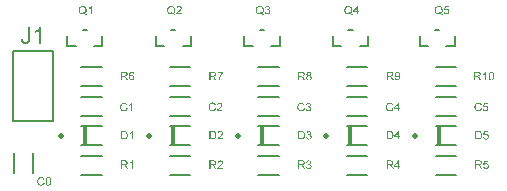
<source format=gto>
%FSLAX33Y33*%
%MOMM*%
%ADD10C,0.15*%
%ADD11C,0.3*%
%ADD12C,0.5*%
D10*
%LNtop silkscreen_traces*%
%LNtop silkscreen component 05d2d36842009d63*%
G01*
X15685Y12585D02*
X14960Y12585D01*
X13410Y12585D02*
X12685Y12585D01*
X12685Y13460D02*
X12685Y12585D01*
X14360Y13985D02*
X14010Y13985D01*
X15685Y13460D02*
X15685Y12585D01*
G36*
X14234Y15366D02*
X14267Y15345D01*
X14298Y15327D01*
X14327Y15312D01*
X14356Y15300D01*
X14328Y15234D01*
X14289Y15250D01*
X14251Y15270D01*
X14213Y15294D01*
X14174Y15322D01*
X14133Y15302D01*
X14090Y15289D01*
X14045Y15280D01*
X14031Y15279D01*
X14026Y15360D01*
X14050Y15363D01*
X14074Y15369D01*
X14097Y15378D01*
X14074Y15391D01*
X14051Y15402D01*
X14027Y15411D01*
X14003Y15419D01*
X14026Y15487D01*
X14026Y15487D01*
X14065Y15475D01*
X14101Y15459D01*
X14133Y15440D01*
X14161Y15419D01*
X14198Y15462D01*
X14224Y15514D01*
X14239Y15576D01*
X14245Y15648D01*
X14243Y15690D01*
X14237Y15729D01*
X14228Y15766D01*
X14215Y15800D01*
X14199Y15831D01*
X14179Y15858D01*
X14155Y15881D01*
X14129Y15901D01*
X14099Y15916D01*
X14068Y15928D01*
X14035Y15934D01*
X14001Y15937D01*
X13950Y15932D01*
X13904Y15918D01*
X13862Y15896D01*
X13825Y15864D01*
X13795Y15823D01*
X13773Y15774D01*
X13760Y15715D01*
X13755Y15648D01*
X13760Y15582D01*
X13773Y15524D01*
X13794Y15475D01*
X13824Y15433D01*
X13861Y15401D01*
X13903Y15377D01*
X13950Y15363D01*
X14001Y15358D01*
X14026Y15360D01*
X14031Y15279D01*
X13998Y15277D01*
X13951Y15280D01*
X13906Y15289D01*
X13863Y15304D01*
X13822Y15324D01*
X13785Y15350D01*
X13752Y15381D01*
X13724Y15416D01*
X13700Y15456D01*
X13682Y15500D01*
X13668Y15546D01*
X13660Y15596D01*
X13658Y15648D01*
X13660Y15699D01*
X13668Y15749D01*
X13682Y15796D01*
X13701Y15840D01*
X13724Y15881D01*
X13753Y15917D01*
X13785Y15947D01*
X13823Y15973D01*
X13864Y15993D01*
X13907Y16007D01*
X13952Y16015D01*
X14000Y16018D01*
X14049Y16015D01*
X14095Y16006D01*
X14138Y15992D01*
X14179Y15971D01*
X14217Y15945D01*
X14249Y15915D01*
X14277Y15879D01*
X14300Y15839D01*
X14319Y15795D01*
X14332Y15749D01*
X14340Y15700D01*
X14342Y15648D01*
X14341Y15605D01*
X14335Y15564D01*
X14327Y15525D01*
X14315Y15489D01*
X14300Y15455D01*
X14282Y15423D01*
X14260Y15394D01*
X14234Y15366D01*
X14234Y15366D01*
X14896Y15374D02*
X14896Y15290D01*
X14423Y15290D01*
X14423Y15305D01*
X14425Y15321D01*
X14428Y15336D01*
X14433Y15351D01*
X14443Y15375D01*
X14457Y15399D01*
X14472Y15422D01*
X14491Y15446D01*
X14513Y15470D01*
X14540Y15496D01*
X14570Y15524D01*
X14606Y15554D01*
X14659Y15600D01*
X14704Y15640D01*
X14738Y15675D01*
X14764Y15706D01*
X14782Y15733D01*
X14794Y15760D01*
X14802Y15786D01*
X14805Y15812D01*
X14802Y15837D01*
X14795Y15860D01*
X14784Y15881D01*
X14767Y15900D01*
X14747Y15915D01*
X14724Y15927D01*
X14698Y15933D01*
X14670Y15936D01*
X14640Y15933D01*
X14613Y15926D01*
X14589Y15914D01*
X14568Y15898D01*
X14552Y15877D01*
X14540Y15852D01*
X14532Y15824D01*
X14530Y15792D01*
X14439Y15801D01*
X14447Y15849D01*
X14461Y15890D01*
X14482Y15926D01*
X14509Y15955D01*
X14542Y15979D01*
X14580Y15995D01*
X14623Y16005D01*
X14672Y16008D01*
X14721Y16005D01*
X14764Y15994D01*
X14802Y15976D01*
X14835Y15951D01*
X14861Y15921D01*
X14880Y15887D01*
X14891Y15850D01*
X14895Y15810D01*
X14894Y15788D01*
X14891Y15767D01*
X14885Y15746D01*
X14877Y15725D01*
X14867Y15704D01*
X14854Y15683D01*
X14838Y15660D01*
X14819Y15638D01*
X14795Y15613D01*
X14765Y15583D01*
X14728Y15550D01*
X14684Y15512D01*
X14648Y15481D01*
X14619Y15456D01*
X14597Y15436D01*
X14582Y15422D01*
X14571Y15410D01*
X14561Y15398D01*
X14553Y15386D01*
X14545Y15374D01*
X14896Y15374D01*
X14896Y15374D01*
G37*
%LNtop silkscreen component 822d2e54c25a04ce*%
X21385Y9200D02*
X23115Y9200D01*
X21385Y10800D02*
X23115Y10800D01*
G36*
X24739Y9700D02*
X24739Y10416D01*
X25056Y10416D01*
X25101Y10415D01*
X25141Y10411D01*
X25174Y10405D01*
X25202Y10397D01*
X25226Y10385D01*
X25247Y10370D01*
X25265Y10351D01*
X25281Y10328D01*
X25294Y10303D01*
X25304Y10277D01*
X25309Y10249D01*
X25311Y10221D01*
X25308Y10184D01*
X25299Y10150D01*
X25283Y10120D01*
X25262Y10092D01*
X25234Y10068D01*
X25199Y10049D01*
X25158Y10035D01*
X25134Y10030D01*
X25119Y10107D01*
X25139Y10113D01*
X25156Y10121D01*
X25171Y10131D01*
X25184Y10143D01*
X25195Y10156D01*
X25203Y10171D01*
X25209Y10187D01*
X25212Y10203D01*
X25214Y10221D01*
X25211Y10245D01*
X25204Y10267D01*
X25193Y10287D01*
X25177Y10304D01*
X25156Y10318D01*
X25129Y10329D01*
X25097Y10335D01*
X25060Y10337D01*
X24834Y10337D01*
X24834Y10100D01*
X24834Y10100D01*
X25037Y10100D01*
X25068Y10101D01*
X25095Y10103D01*
X25119Y10107D01*
X25134Y10030D01*
X25110Y10026D01*
X25127Y10017D01*
X25143Y10008D01*
X25156Y9999D01*
X25167Y9990D01*
X25187Y9970D01*
X25207Y9947D01*
X25226Y9922D01*
X25245Y9895D01*
X25370Y9700D01*
X25251Y9700D01*
X25156Y9849D01*
X25136Y9879D01*
X25118Y9906D01*
X25102Y9929D01*
X25088Y9948D01*
X25075Y9963D01*
X25062Y9977D01*
X25050Y9987D01*
X25040Y9995D01*
X25029Y10002D01*
X25018Y10007D01*
X25007Y10011D01*
X24996Y10014D01*
X24987Y10016D01*
X24975Y10017D01*
X24961Y10018D01*
X24944Y10018D01*
X24834Y10018D01*
X24834Y9700D01*
X24739Y9700D01*
X24739Y9700D01*
X25559Y10088D02*
X25588Y10033D01*
X25576Y10027D01*
X25554Y10009D01*
X25536Y9987D01*
X25524Y9963D01*
X25516Y9936D01*
X25513Y9907D01*
X25513Y9907D01*
X25515Y9888D01*
X25518Y9870D01*
X25523Y9852D01*
X25531Y9834D01*
X25541Y9817D01*
X25553Y9803D01*
X25568Y9790D01*
X25584Y9779D01*
X25602Y9771D01*
X25621Y9765D01*
X25640Y9761D01*
X25660Y9760D01*
X25690Y9763D01*
X25717Y9770D01*
X25742Y9783D01*
X25764Y9801D01*
X25782Y9822D01*
X25795Y9847D01*
X25802Y9874D01*
X25805Y9904D01*
X25802Y9934D01*
X25794Y9962D01*
X25781Y9986D01*
X25763Y10009D01*
X25740Y10027D01*
X25715Y10040D01*
X25687Y10048D01*
X25657Y10050D01*
X25627Y10048D01*
X25600Y10040D01*
X25588Y10033D01*
X25559Y10088D01*
X25592Y10140D01*
X25612Y10130D01*
X25634Y10124D01*
X25659Y10122D01*
X25684Y10124D01*
X25706Y10130D01*
X25725Y10140D01*
X25743Y10154D01*
X25757Y10171D01*
X25767Y10189D01*
X25773Y10210D01*
X25775Y10232D01*
X25773Y10255D01*
X25767Y10277D01*
X25756Y10296D01*
X25742Y10314D01*
X25724Y10328D01*
X25704Y10338D01*
X25682Y10344D01*
X25658Y10346D01*
X25634Y10344D01*
X25612Y10338D01*
X25593Y10328D01*
X25575Y10314D01*
X25560Y10297D01*
X25550Y10279D01*
X25544Y10259D01*
X25542Y10237D01*
X25542Y10237D01*
X25544Y10213D01*
X25550Y10191D01*
X25560Y10171D01*
X25574Y10154D01*
X25592Y10140D01*
X25559Y10088D01*
X25534Y10099D01*
X25512Y10112D01*
X25493Y10128D01*
X25478Y10145D01*
X25467Y10165D01*
X25458Y10186D01*
X25454Y10209D01*
X25452Y10234D01*
X25455Y10272D01*
X25466Y10306D01*
X25483Y10337D01*
X25508Y10366D01*
X25538Y10389D01*
X25573Y10405D01*
X25613Y10415D01*
X25657Y10419D01*
X25702Y10415D01*
X25742Y10405D01*
X25777Y10388D01*
X25808Y10364D01*
X25833Y10336D01*
X25851Y10304D01*
X25862Y10269D01*
X25865Y10232D01*
X25864Y10208D01*
X25859Y10185D01*
X25851Y10164D01*
X25839Y10145D01*
X25825Y10128D01*
X25806Y10112D01*
X25785Y10099D01*
X25760Y10088D01*
X25791Y10076D01*
X25818Y10060D01*
X25841Y10041D01*
X25860Y10019D01*
X25875Y9994D01*
X25886Y9966D01*
X25893Y9937D01*
X25895Y9905D01*
X25891Y9861D01*
X25879Y9820D01*
X25858Y9783D01*
X25830Y9750D01*
X25795Y9723D01*
X25755Y9703D01*
X25709Y9692D01*
X25659Y9688D01*
X25608Y9692D01*
X25563Y9703D01*
X25523Y9723D01*
X25488Y9751D01*
X25460Y9784D01*
X25439Y9821D01*
X25427Y9862D01*
X25423Y9907D01*
X25425Y9941D01*
X25432Y9971D01*
X25443Y9999D01*
X25458Y10024D01*
X25478Y10046D01*
X25501Y10064D01*
X25528Y10078D01*
X25559Y10088D01*
X25559Y10088D01*
G37*
%LNtop silkscreen component 4188e9859e8afcf0*%
X0605Y12215D02*
X3995Y12215D01*
X0605Y12215D02*
X0605Y6285D01*
X3995Y6285*
X3995Y12215*
G36*
X1281Y13196D02*
X1452Y13220D01*
X1459Y13144D01*
X1471Y13082D01*
X1489Y13032D01*
X1514Y12995D01*
X1544Y12969D01*
X1579Y12950D01*
X1619Y12938D01*
X1665Y12935D01*
X1700Y12937D01*
X1732Y12943D01*
X1761Y12953D01*
X1788Y12967D01*
X1812Y12985D01*
X1832Y13006D01*
X1848Y13030D01*
X1860Y13056D01*
X1868Y13088D01*
X1874Y13129D01*
X1878Y13178D01*
X1879Y13235D01*
X1879Y14222D01*
X2069Y14222D01*
X2069Y13246D01*
X2066Y13161D01*
X2058Y13087D01*
X2044Y13022D01*
X2025Y12968D01*
X2000Y12921D01*
X1969Y12881D01*
X1931Y12846D01*
X1887Y12817D01*
X1838Y12795D01*
X1785Y12779D01*
X1728Y12769D01*
X1666Y12766D01*
X1577Y12772D01*
X1500Y12793D01*
X1433Y12827D01*
X1378Y12874D01*
X1334Y12935D01*
X1304Y13009D01*
X1286Y13096D01*
X1281Y13196D01*
X1281Y13196D01*
X2969Y12790D02*
X2793Y12790D01*
X2793Y13910D01*
X2759Y13880D01*
X2720Y13850D01*
X2676Y13819D01*
X2627Y13789D01*
X2577Y13761D01*
X2529Y13736D01*
X2484Y13715D01*
X2442Y13698D01*
X2442Y13868D01*
X2513Y13905D01*
X2580Y13945D01*
X2642Y13989D01*
X2699Y14036D01*
X2751Y14085D01*
X2794Y14133D01*
X2829Y14181D01*
X2856Y14227D01*
X2969Y14227D01*
X2969Y12790D01*
X2969Y12790D01*
G37*
%LNtop silkscreen component 5790a80edc5a0cfb*%
X6385Y1700D02*
X8115Y1700D01*
X6385Y3300D02*
X8115Y3300D01*
G36*
X9739Y2200D02*
X9739Y2916D01*
X10056Y2916D01*
X10101Y2915D01*
X10141Y2911D01*
X10174Y2905D01*
X10202Y2897D01*
X10226Y2885D01*
X10247Y2870D01*
X10265Y2851D01*
X10281Y2828D01*
X10294Y2803D01*
X10304Y2777D01*
X10309Y2749D01*
X10311Y2721D01*
X10308Y2684D01*
X10299Y2650D01*
X10283Y2620D01*
X10262Y2592D01*
X10234Y2568D01*
X10199Y2549D01*
X10158Y2535D01*
X10134Y2530D01*
X10119Y2607D01*
X10139Y2613D01*
X10156Y2621D01*
X10171Y2631D01*
X10184Y2643D01*
X10195Y2656D01*
X10203Y2671D01*
X10209Y2687D01*
X10212Y2703D01*
X10214Y2721D01*
X10211Y2745D01*
X10204Y2767D01*
X10193Y2787D01*
X10177Y2804D01*
X10156Y2818D01*
X10129Y2829D01*
X10097Y2835D01*
X10060Y2837D01*
X9834Y2837D01*
X9834Y2600D01*
X9834Y2600D01*
X10037Y2600D01*
X10068Y2601D01*
X10095Y2603D01*
X10119Y2607D01*
X10134Y2530D01*
X10110Y2526D01*
X10127Y2517D01*
X10143Y2508D01*
X10156Y2499D01*
X10167Y2490D01*
X10187Y2470D01*
X10207Y2447D01*
X10226Y2422D01*
X10245Y2395D01*
X10370Y2200D01*
X10251Y2200D01*
X10156Y2349D01*
X10136Y2379D01*
X10118Y2406D01*
X10102Y2429D01*
X10088Y2448D01*
X10075Y2463D01*
X10062Y2477D01*
X10050Y2487D01*
X10040Y2495D01*
X10029Y2502D01*
X10018Y2507D01*
X10007Y2511D01*
X9996Y2514D01*
X9987Y2516D01*
X9975Y2517D01*
X9961Y2518D01*
X9944Y2518D01*
X9834Y2518D01*
X9834Y2200D01*
X9739Y2200D01*
X9739Y2200D01*
X10755Y2200D02*
X10667Y2200D01*
X10667Y2760D01*
X10650Y2745D01*
X10631Y2730D01*
X10608Y2715D01*
X10584Y2700D01*
X10559Y2685D01*
X10535Y2673D01*
X10513Y2663D01*
X10491Y2654D01*
X10491Y2739D01*
X10527Y2757D01*
X10561Y2777D01*
X10592Y2799D01*
X10620Y2823D01*
X10646Y2848D01*
X10667Y2872D01*
X10685Y2895D01*
X10698Y2919D01*
X10755Y2919D01*
X10755Y2200D01*
X10755Y2200D01*
G37*
%LNtop silkscreen component 8f47c0f87a48434a*%
X13885Y9200D02*
X15615Y9200D01*
X13885Y10800D02*
X15615Y10800D01*
G36*
X17239Y9700D02*
X17239Y10416D01*
X17556Y10416D01*
X17601Y10415D01*
X17641Y10411D01*
X17674Y10405D01*
X17702Y10397D01*
X17726Y10385D01*
X17747Y10370D01*
X17765Y10351D01*
X17781Y10328D01*
X17794Y10303D01*
X17804Y10277D01*
X17809Y10249D01*
X17811Y10221D01*
X17808Y10184D01*
X17799Y10150D01*
X17783Y10120D01*
X17762Y10092D01*
X17734Y10068D01*
X17699Y10049D01*
X17658Y10035D01*
X17634Y10030D01*
X17619Y10107D01*
X17639Y10113D01*
X17656Y10121D01*
X17671Y10131D01*
X17684Y10143D01*
X17695Y10156D01*
X17703Y10171D01*
X17709Y10187D01*
X17712Y10203D01*
X17714Y10221D01*
X17711Y10245D01*
X17704Y10267D01*
X17693Y10287D01*
X17677Y10304D01*
X17656Y10318D01*
X17629Y10329D01*
X17597Y10335D01*
X17560Y10337D01*
X17334Y10337D01*
X17334Y10100D01*
X17334Y10100D01*
X17537Y10100D01*
X17568Y10101D01*
X17595Y10103D01*
X17619Y10107D01*
X17634Y10030D01*
X17610Y10026D01*
X17627Y10017D01*
X17643Y10008D01*
X17656Y9999D01*
X17667Y9990D01*
X17687Y9970D01*
X17707Y9947D01*
X17726Y9922D01*
X17745Y9895D01*
X17870Y9700D01*
X17751Y9700D01*
X17656Y9849D01*
X17636Y9879D01*
X17618Y9906D01*
X17602Y9929D01*
X17588Y9948D01*
X17575Y9963D01*
X17562Y9977D01*
X17550Y9987D01*
X17540Y9995D01*
X17529Y10002D01*
X17518Y10007D01*
X17507Y10011D01*
X17496Y10014D01*
X17487Y10016D01*
X17475Y10017D01*
X17461Y10018D01*
X17444Y10018D01*
X17334Y10018D01*
X17334Y9700D01*
X17239Y9700D01*
X17239Y9700D01*
X17930Y10322D02*
X17930Y10407D01*
X18393Y10407D01*
X18393Y10338D01*
X18359Y10299D01*
X18325Y10253D01*
X18291Y10202D01*
X18258Y10145D01*
X18226Y10084D01*
X18198Y10023D01*
X18174Y9960D01*
X18154Y9897D01*
X18142Y9851D01*
X18132Y9803D01*
X18125Y9752D01*
X18120Y9700D01*
X18030Y9700D01*
X18033Y9744D01*
X18039Y9793D01*
X18049Y9846D01*
X18063Y9904D01*
X18081Y9963D01*
X18102Y10022D01*
X18126Y10079D01*
X18154Y10135D01*
X18184Y10188D01*
X18215Y10237D01*
X18248Y10282D01*
X18280Y10322D01*
X17930Y10322D01*
X17930Y10322D01*
G37*
%LNtop silkscreen component 41bb835b16e20d78*%
X21385Y4200D02*
X23115Y4200D01*
X21385Y5800D02*
X23115Y5800D01*
D11*
X21674Y4270D02*
X21674Y5730D01*
D12*
X19640Y5000D03*
G36*
X24738Y4700D02*
X24738Y5416D01*
X24983Y5416D01*
X24983Y5331D01*
X24832Y5331D01*
X24832Y4784D01*
X24832Y4784D01*
X24985Y4784D01*
X25019Y4785D01*
X25048Y4788D01*
X25074Y4792D01*
X25096Y4798D01*
X25115Y4805D01*
X25132Y4814D01*
X25147Y4823D01*
X25160Y4835D01*
X25176Y4853D01*
X25190Y4874D01*
X25203Y4898D01*
X25213Y4925D01*
X25221Y4955D01*
X25227Y4988D01*
X25230Y5024D01*
X25232Y5063D01*
X25229Y5116D01*
X25222Y5163D01*
X25211Y5202D01*
X25195Y5236D01*
X25175Y5264D01*
X25154Y5286D01*
X25131Y5304D01*
X25105Y5317D01*
X25083Y5323D01*
X25055Y5328D01*
X25022Y5330D01*
X24983Y5331D01*
X24983Y5416D01*
X24984Y5416D01*
X25023Y5415D01*
X25058Y5413D01*
X25087Y5410D01*
X25112Y5406D01*
X25141Y5397D01*
X25169Y5386D01*
X25194Y5371D01*
X25217Y5354D01*
X25243Y5329D01*
X25266Y5300D01*
X25285Y5268D01*
X25301Y5232D01*
X25314Y5193D01*
X25322Y5152D01*
X25328Y5108D01*
X25329Y5062D01*
X25328Y5022D01*
X25325Y4985D01*
X25319Y4950D01*
X25310Y4917D01*
X25300Y4887D01*
X25289Y4860D01*
X25276Y4835D01*
X25261Y4813D01*
X25246Y4794D01*
X25230Y4776D01*
X25214Y4761D01*
X25196Y4748D01*
X25178Y4737D01*
X25157Y4727D01*
X25135Y4719D01*
X25111Y4712D01*
X25085Y4707D01*
X25057Y4703D01*
X25027Y4701D01*
X24996Y4700D01*
X24738Y4700D01*
X24738Y4700D01*
X25425Y4889D02*
X25512Y4901D01*
X25521Y4866D01*
X25533Y4836D01*
X25547Y4812D01*
X25564Y4793D01*
X25583Y4779D01*
X25604Y4768D01*
X25627Y4762D01*
X25653Y4760D01*
X25682Y4763D01*
X25710Y4771D01*
X25735Y4784D01*
X25757Y4803D01*
X25776Y4826D01*
X25789Y4851D01*
X25797Y4879D01*
X25800Y4909D01*
X25798Y4938D01*
X25790Y4965D01*
X25778Y4988D01*
X25760Y5009D01*
X25739Y5027D01*
X25716Y5039D01*
X25689Y5046D01*
X25660Y5049D01*
X25647Y5048D01*
X25632Y5046D01*
X25616Y5043D01*
X25598Y5039D01*
X25608Y5116D01*
X25612Y5116D01*
X25616Y5115D01*
X25619Y5115D01*
X25622Y5115D01*
X25649Y5117D01*
X25675Y5122D01*
X25700Y5132D01*
X25723Y5144D01*
X25743Y5161D01*
X25757Y5182D01*
X25765Y5206D01*
X25768Y5235D01*
X25766Y5258D01*
X25760Y5279D01*
X25749Y5298D01*
X25735Y5315D01*
X25718Y5329D01*
X25698Y5339D01*
X25675Y5345D01*
X25651Y5346D01*
X25626Y5344D01*
X25604Y5338D01*
X25583Y5328D01*
X25565Y5314D01*
X25550Y5296D01*
X25537Y5274D01*
X25528Y5248D01*
X25521Y5218D01*
X25433Y5233D01*
X25444Y5275D01*
X25460Y5312D01*
X25481Y5343D01*
X25507Y5370D01*
X25537Y5391D01*
X25571Y5407D01*
X25608Y5416D01*
X25649Y5419D01*
X25677Y5417D01*
X25705Y5412D01*
X25731Y5405D01*
X25757Y5394D01*
X25780Y5380D01*
X25800Y5364D01*
X25817Y5346D01*
X25832Y5325D01*
X25843Y5303D01*
X25852Y5280D01*
X25856Y5257D01*
X25858Y5233D01*
X25857Y5210D01*
X25852Y5188D01*
X25844Y5168D01*
X25833Y5148D01*
X25819Y5130D01*
X25802Y5114D01*
X25782Y5100D01*
X25759Y5088D01*
X25789Y5078D01*
X25816Y5065D01*
X25839Y5048D01*
X25858Y5027D01*
X25873Y5002D01*
X25884Y4975D01*
X25891Y4945D01*
X25893Y4911D01*
X25889Y4866D01*
X25876Y4825D01*
X25855Y4787D01*
X25825Y4752D01*
X25788Y4724D01*
X25748Y4704D01*
X25702Y4691D01*
X25652Y4687D01*
X25607Y4691D01*
X25566Y4701D01*
X25529Y4719D01*
X25496Y4743D01*
X25468Y4774D01*
X25447Y4808D01*
X25432Y4846D01*
X25425Y4889D01*
X25425Y4889D01*
G37*
%LNtop silkscreen component 7dcfd0ba6a5a263a*%
D10*
X6385Y4200D02*
X8115Y4200D01*
X6385Y5800D02*
X8115Y5800D01*
D11*
X6674Y4270D02*
X6674Y5730D01*
D12*
X4640Y5000D03*
G36*
X9738Y4700D02*
X9738Y5416D01*
X9983Y5416D01*
X9983Y5331D01*
X9832Y5331D01*
X9832Y4784D01*
X9832Y4784D01*
X9985Y4784D01*
X10019Y4785D01*
X10048Y4788D01*
X10074Y4792D01*
X10096Y4798D01*
X10115Y4805D01*
X10132Y4814D01*
X10147Y4823D01*
X10160Y4835D01*
X10176Y4853D01*
X10190Y4874D01*
X10203Y4898D01*
X10213Y4925D01*
X10221Y4955D01*
X10227Y4988D01*
X10230Y5024D01*
X10232Y5063D01*
X10229Y5116D01*
X10222Y5163D01*
X10211Y5202D01*
X10195Y5236D01*
X10175Y5264D01*
X10154Y5286D01*
X10131Y5304D01*
X10105Y5317D01*
X10083Y5323D01*
X10055Y5328D01*
X10022Y5330D01*
X9983Y5331D01*
X9983Y5416D01*
X9984Y5416D01*
X10023Y5415D01*
X10058Y5413D01*
X10087Y5410D01*
X10112Y5406D01*
X10141Y5397D01*
X10169Y5386D01*
X10194Y5371D01*
X10217Y5354D01*
X10243Y5329D01*
X10266Y5300D01*
X10285Y5268D01*
X10301Y5232D01*
X10314Y5193D01*
X10322Y5152D01*
X10328Y5108D01*
X10329Y5062D01*
X10328Y5022D01*
X10325Y4985D01*
X10319Y4950D01*
X10310Y4917D01*
X10300Y4887D01*
X10289Y4860D01*
X10276Y4835D01*
X10261Y4813D01*
X10246Y4794D01*
X10230Y4776D01*
X10214Y4761D01*
X10196Y4748D01*
X10178Y4737D01*
X10157Y4727D01*
X10135Y4719D01*
X10111Y4712D01*
X10085Y4707D01*
X10057Y4703D01*
X10027Y4701D01*
X9996Y4700D01*
X9738Y4700D01*
X9738Y4700D01*
X10755Y4700D02*
X10667Y4700D01*
X10667Y5260D01*
X10650Y5245D01*
X10631Y5230D01*
X10608Y5215D01*
X10584Y5200D01*
X10559Y5185D01*
X10535Y5173D01*
X10513Y5163D01*
X10491Y5154D01*
X10491Y5239D01*
X10527Y5257D01*
X10561Y5277D01*
X10592Y5299D01*
X10620Y5323D01*
X10646Y5348D01*
X10667Y5372D01*
X10685Y5395D01*
X10698Y5419D01*
X10755Y5419D01*
X10755Y4700D01*
X10755Y4700D01*
G37*
%LNtop silkscreen component b5f8715c32184e16*%
D10*
X38035Y12585D02*
X37310Y12585D01*
X35760Y12585D02*
X35035Y12585D01*
X35035Y13460D02*
X35035Y12585D01*
X36710Y13985D02*
X36360Y13985D01*
X38035Y13460D02*
X38035Y12585D01*
G36*
X36884Y15366D02*
X36917Y15345D01*
X36948Y15327D01*
X36977Y15312D01*
X37006Y15300D01*
X36978Y15234D01*
X36939Y15250D01*
X36901Y15270D01*
X36863Y15294D01*
X36824Y15322D01*
X36783Y15302D01*
X36740Y15289D01*
X36695Y15280D01*
X36681Y15279D01*
X36676Y15360D01*
X36700Y15363D01*
X36724Y15369D01*
X36747Y15378D01*
X36724Y15391D01*
X36701Y15402D01*
X36677Y15411D01*
X36653Y15419D01*
X36676Y15487D01*
X36676Y15487D01*
X36715Y15475D01*
X36751Y15459D01*
X36783Y15440D01*
X36811Y15419D01*
X36848Y15462D01*
X36874Y15514D01*
X36889Y15576D01*
X36895Y15648D01*
X36893Y15690D01*
X36887Y15729D01*
X36878Y15766D01*
X36865Y15800D01*
X36849Y15831D01*
X36829Y15858D01*
X36805Y15881D01*
X36779Y15901D01*
X36749Y15916D01*
X36718Y15928D01*
X36685Y15934D01*
X36651Y15937D01*
X36600Y15932D01*
X36554Y15918D01*
X36512Y15896D01*
X36475Y15864D01*
X36445Y15823D01*
X36423Y15774D01*
X36410Y15715D01*
X36405Y15648D01*
X36410Y15582D01*
X36423Y15524D01*
X36444Y15475D01*
X36474Y15433D01*
X36511Y15401D01*
X36553Y15377D01*
X36600Y15363D01*
X36651Y15358D01*
X36676Y15360D01*
X36681Y15279D01*
X36648Y15277D01*
X36601Y15280D01*
X36556Y15289D01*
X36513Y15304D01*
X36472Y15324D01*
X36435Y15350D01*
X36402Y15381D01*
X36374Y15416D01*
X36350Y15456D01*
X36332Y15500D01*
X36318Y15546D01*
X36310Y15596D01*
X36308Y15648D01*
X36310Y15699D01*
X36318Y15749D01*
X36332Y15796D01*
X36351Y15840D01*
X36374Y15881D01*
X36403Y15917D01*
X36435Y15947D01*
X36473Y15973D01*
X36514Y15993D01*
X36557Y16007D01*
X36602Y16015D01*
X36650Y16018D01*
X36699Y16015D01*
X36745Y16006D01*
X36788Y15992D01*
X36829Y15971D01*
X36867Y15945D01*
X36899Y15915D01*
X36927Y15879D01*
X36950Y15839D01*
X36969Y15795D01*
X36982Y15749D01*
X36990Y15700D01*
X36992Y15648D01*
X36991Y15605D01*
X36985Y15564D01*
X36977Y15525D01*
X36965Y15489D01*
X36950Y15455D01*
X36932Y15423D01*
X36910Y15394D01*
X36884Y15366D01*
X36884Y15366D01*
X37084Y15477D02*
X37176Y15485D01*
X37183Y15453D01*
X37193Y15426D01*
X37207Y15403D01*
X37224Y15384D01*
X37244Y15369D01*
X37265Y15358D01*
X37289Y15352D01*
X37314Y15350D01*
X37345Y15353D01*
X37373Y15362D01*
X37398Y15377D01*
X37421Y15398D01*
X37441Y15423D01*
X37454Y15453D01*
X37463Y15487D01*
X37465Y15525D01*
X37463Y15560D01*
X37455Y15592D01*
X37442Y15619D01*
X37423Y15643D01*
X37400Y15662D01*
X37374Y15676D01*
X37345Y15684D01*
X37313Y15687D01*
X37292Y15685D01*
X37272Y15682D01*
X37253Y15676D01*
X37236Y15667D01*
X37220Y15657D01*
X37205Y15645D01*
X37193Y15632D01*
X37182Y15617D01*
X37100Y15628D01*
X37169Y15996D01*
X37525Y15996D01*
X37525Y15912D01*
X37239Y15912D01*
X37201Y15719D01*
X37233Y15739D01*
X37267Y15753D01*
X37301Y15761D01*
X37336Y15764D01*
X37381Y15760D01*
X37422Y15748D01*
X37460Y15728D01*
X37494Y15699D01*
X37522Y15665D01*
X37542Y15625D01*
X37555Y15581D01*
X37559Y15532D01*
X37555Y15485D01*
X37544Y15442D01*
X37527Y15401D01*
X37502Y15364D01*
X37464Y15326D01*
X37421Y15299D01*
X37370Y15283D01*
X37314Y15277D01*
X37267Y15281D01*
X37225Y15291D01*
X37188Y15308D01*
X37155Y15332D01*
X37127Y15362D01*
X37106Y15396D01*
X37092Y15434D01*
X37084Y15477D01*
X37084Y15477D01*
G37*
%LNtop silkscreen component 2a257863ed8e7bb5*%
X13885Y4200D02*
X15615Y4200D01*
X13885Y5800D02*
X15615Y5800D01*
D11*
X14174Y4270D02*
X14174Y5730D01*
D12*
X12140Y5000D03*
G36*
X17238Y4700D02*
X17238Y5416D01*
X17483Y5416D01*
X17483Y5331D01*
X17332Y5331D01*
X17332Y4784D01*
X17332Y4784D01*
X17485Y4784D01*
X17519Y4785D01*
X17548Y4788D01*
X17574Y4792D01*
X17596Y4798D01*
X17615Y4805D01*
X17632Y4814D01*
X17647Y4823D01*
X17660Y4835D01*
X17676Y4853D01*
X17690Y4874D01*
X17703Y4898D01*
X17713Y4925D01*
X17721Y4955D01*
X17727Y4988D01*
X17730Y5024D01*
X17732Y5063D01*
X17729Y5116D01*
X17722Y5163D01*
X17711Y5202D01*
X17695Y5236D01*
X17675Y5264D01*
X17654Y5286D01*
X17631Y5304D01*
X17605Y5317D01*
X17583Y5323D01*
X17555Y5328D01*
X17522Y5330D01*
X17483Y5331D01*
X17483Y5416D01*
X17484Y5416D01*
X17523Y5415D01*
X17558Y5413D01*
X17587Y5410D01*
X17612Y5406D01*
X17641Y5397D01*
X17669Y5386D01*
X17694Y5371D01*
X17717Y5354D01*
X17743Y5329D01*
X17766Y5300D01*
X17785Y5268D01*
X17801Y5232D01*
X17814Y5193D01*
X17822Y5152D01*
X17828Y5108D01*
X17829Y5062D01*
X17828Y5022D01*
X17825Y4985D01*
X17819Y4950D01*
X17810Y4917D01*
X17800Y4887D01*
X17789Y4860D01*
X17776Y4835D01*
X17761Y4813D01*
X17746Y4794D01*
X17730Y4776D01*
X17714Y4761D01*
X17696Y4748D01*
X17678Y4737D01*
X17657Y4727D01*
X17635Y4719D01*
X17611Y4712D01*
X17585Y4707D01*
X17557Y4703D01*
X17527Y4701D01*
X17496Y4700D01*
X17238Y4700D01*
X17238Y4700D01*
X18386Y4784D02*
X18386Y4700D01*
X17913Y4700D01*
X17913Y4716D01*
X17915Y4731D01*
X17918Y4746D01*
X17923Y4761D01*
X17933Y4785D01*
X17947Y4809D01*
X17962Y4833D01*
X17981Y4856D01*
X18003Y4881D01*
X18030Y4907D01*
X18061Y4935D01*
X18096Y4965D01*
X18150Y5010D01*
X18194Y5050D01*
X18228Y5086D01*
X18254Y5116D01*
X18272Y5144D01*
X18284Y5171D01*
X18292Y5197D01*
X18295Y5222D01*
X18292Y5247D01*
X18285Y5270D01*
X18274Y5291D01*
X18257Y5310D01*
X18237Y5326D01*
X18214Y5337D01*
X18188Y5344D01*
X18160Y5346D01*
X18130Y5344D01*
X18103Y5336D01*
X18079Y5325D01*
X18058Y5308D01*
X18042Y5287D01*
X18030Y5262D01*
X18022Y5234D01*
X18020Y5202D01*
X17929Y5212D01*
X17937Y5259D01*
X17951Y5301D01*
X17972Y5336D01*
X17999Y5366D01*
X18032Y5389D01*
X18070Y5406D01*
X18113Y5415D01*
X18162Y5419D01*
X18211Y5415D01*
X18254Y5404D01*
X18292Y5387D01*
X18325Y5362D01*
X18351Y5331D01*
X18370Y5298D01*
X18381Y5261D01*
X18385Y5220D01*
X18384Y5199D01*
X18381Y5177D01*
X18375Y5156D01*
X18367Y5136D01*
X18357Y5115D01*
X18344Y5093D01*
X18328Y5071D01*
X18309Y5048D01*
X18285Y5023D01*
X18255Y4994D01*
X18218Y4960D01*
X18174Y4922D01*
X18138Y4892D01*
X18109Y4866D01*
X18087Y4847D01*
X18072Y4832D01*
X18061Y4820D01*
X18051Y4808D01*
X18043Y4796D01*
X18035Y4784D01*
X18386Y4784D01*
X18386Y4784D01*
G37*
%LNtop silkscreen component 25cd0881f7f84887*%
D10*
X36385Y9200D02*
X38115Y9200D01*
X36385Y10800D02*
X38115Y10800D01*
G36*
X39639Y9700D02*
X39639Y10416D01*
X39956Y10416D01*
X40001Y10415D01*
X40041Y10411D01*
X40074Y10405D01*
X40102Y10397D01*
X40126Y10385D01*
X40147Y10370D01*
X40165Y10351D01*
X40181Y10328D01*
X40194Y10303D01*
X40204Y10277D01*
X40209Y10249D01*
X40211Y10221D01*
X40208Y10184D01*
X40199Y10150D01*
X40183Y10120D01*
X40162Y10092D01*
X40134Y10068D01*
X40099Y10049D01*
X40058Y10035D01*
X40034Y10030D01*
X40019Y10107D01*
X40039Y10113D01*
X40056Y10121D01*
X40071Y10131D01*
X40084Y10143D01*
X40095Y10156D01*
X40103Y10171D01*
X40109Y10187D01*
X40112Y10203D01*
X40114Y10221D01*
X40111Y10245D01*
X40104Y10267D01*
X40093Y10287D01*
X40077Y10304D01*
X40056Y10318D01*
X40029Y10329D01*
X39997Y10335D01*
X39960Y10337D01*
X39734Y10337D01*
X39734Y10100D01*
X39734Y10100D01*
X39937Y10100D01*
X39968Y10101D01*
X39995Y10103D01*
X40019Y10107D01*
X40034Y10030D01*
X40010Y10026D01*
X40027Y10017D01*
X40043Y10008D01*
X40056Y9999D01*
X40067Y9990D01*
X40087Y9970D01*
X40107Y9947D01*
X40126Y9922D01*
X40145Y9895D01*
X40270Y9700D01*
X40151Y9700D01*
X40056Y9849D01*
X40036Y9879D01*
X40018Y9906D01*
X40002Y9929D01*
X39988Y9948D01*
X39975Y9963D01*
X39962Y9977D01*
X39950Y9987D01*
X39940Y9995D01*
X39929Y10002D01*
X39918Y10007D01*
X39907Y10011D01*
X39896Y10014D01*
X39887Y10016D01*
X39875Y10017D01*
X39861Y10018D01*
X39844Y10018D01*
X39734Y10018D01*
X39734Y9700D01*
X39639Y9700D01*
X39639Y9700D01*
X40655Y9700D02*
X40567Y9700D01*
X40567Y10260D01*
X40550Y10245D01*
X40531Y10230D01*
X40508Y10215D01*
X40484Y10200D01*
X40459Y10185D01*
X40435Y10173D01*
X40413Y10163D01*
X40391Y10154D01*
X40391Y10239D01*
X40427Y10257D01*
X40461Y10277D01*
X40492Y10299D01*
X40520Y10323D01*
X40546Y10348D01*
X40567Y10372D01*
X40585Y10395D01*
X40598Y10419D01*
X40655Y10419D01*
X40655Y9700D01*
X40655Y9700D01*
X40880Y10053D02*
X40882Y10113D01*
X40887Y10168D01*
X40895Y10216D01*
X40906Y10257D01*
X40921Y10294D01*
X40939Y10326D01*
X40960Y10354D01*
X40984Y10377D01*
X41011Y10395D01*
X41042Y10408D01*
X41076Y10416D01*
X41114Y10419D01*
X41142Y10417D01*
X41168Y10413D01*
X41192Y10406D01*
X41215Y10396D01*
X41235Y10383D01*
X41254Y10367D01*
X41271Y10349D01*
X41286Y10329D01*
X41300Y10306D01*
X41312Y10280D01*
X41322Y10252D01*
X41331Y10222D01*
X41338Y10188D01*
X41343Y10149D01*
X41346Y10104D01*
X41347Y10053D01*
X41345Y9993D01*
X41341Y9939D01*
X41332Y9891D01*
X41321Y9850D01*
X41307Y9813D01*
X41289Y9781D01*
X41268Y9753D01*
X41244Y9730D01*
X41216Y9712D01*
X41185Y9698D01*
X41151Y9690D01*
X41114Y9688D01*
X41107Y9688D01*
X41114Y9760D01*
X41143Y9764D01*
X41169Y9775D01*
X41194Y9793D01*
X41215Y9819D01*
X41233Y9855D01*
X41246Y9907D01*
X41254Y9972D01*
X41257Y10053D01*
X41254Y10134D01*
X41246Y10200D01*
X41233Y10251D01*
X41215Y10288D01*
X41194Y10313D01*
X41169Y10331D01*
X41142Y10342D01*
X41113Y10346D01*
X41084Y10343D01*
X41058Y10333D01*
X41036Y10317D01*
X41016Y10295D01*
X40996Y10255D01*
X40982Y10202D01*
X40973Y10134D01*
X40971Y10053D01*
X40971Y10053D01*
X40973Y9972D01*
X40981Y9906D01*
X40994Y9855D01*
X41012Y9818D01*
X41034Y9793D01*
X41058Y9775D01*
X41085Y9764D01*
X41114Y9760D01*
X41107Y9688D01*
X41065Y9692D01*
X41021Y9706D01*
X40983Y9730D01*
X40951Y9762D01*
X40920Y9814D01*
X40898Y9879D01*
X40885Y9959D01*
X40880Y10053D01*
X40880Y10053D01*
G37*
%LNtop silkscreen component cc4562fc70e2dc54*%
X23115Y8300D02*
X21385Y8300D01*
X23115Y6700D02*
X21385Y6700D01*
G36*
X25215Y7339D02*
X25310Y7315D01*
X25292Y7260D01*
X25268Y7212D01*
X25239Y7171D01*
X25203Y7137D01*
X25162Y7110D01*
X25117Y7091D01*
X25068Y7079D01*
X25014Y7076D01*
X24959Y7079D01*
X24909Y7087D01*
X24864Y7102D01*
X24826Y7123D01*
X24791Y7149D01*
X24762Y7180D01*
X24736Y7217D01*
X24715Y7259D01*
X24699Y7305D01*
X24687Y7352D01*
X24680Y7401D01*
X24677Y7451D01*
X24680Y7505D01*
X24688Y7556D01*
X24701Y7603D01*
X24720Y7646D01*
X24744Y7685D01*
X24772Y7719D01*
X24804Y7749D01*
X24842Y7773D01*
X24882Y7792D01*
X24924Y7805D01*
X24969Y7813D01*
X25015Y7816D01*
X25067Y7812D01*
X25114Y7802D01*
X25157Y7785D01*
X25196Y7761D01*
X25230Y7731D01*
X25258Y7695D01*
X25281Y7654D01*
X25298Y7607D01*
X25205Y7585D01*
X25191Y7622D01*
X25174Y7653D01*
X25155Y7679D01*
X25132Y7699D01*
X25107Y7715D01*
X25079Y7726D01*
X25048Y7733D01*
X25013Y7735D01*
X24974Y7732D01*
X24938Y7725D01*
X24905Y7713D01*
X24875Y7695D01*
X24850Y7674D01*
X24828Y7649D01*
X24811Y7621D01*
X24797Y7589D01*
X24788Y7556D01*
X24781Y7521D01*
X24776Y7487D01*
X24775Y7452D01*
X24777Y7407D01*
X24782Y7366D01*
X24790Y7328D01*
X24802Y7292D01*
X24817Y7260D01*
X24836Y7233D01*
X24858Y7209D01*
X24884Y7190D01*
X24913Y7176D01*
X24943Y7165D01*
X24974Y7159D01*
X25006Y7157D01*
X25044Y7160D01*
X25079Y7168D01*
X25112Y7183D01*
X25141Y7203D01*
X25166Y7228D01*
X25187Y7260D01*
X25203Y7296D01*
X25215Y7339D01*
X25215Y7339D01*
X25392Y7277D02*
X25480Y7289D01*
X25488Y7254D01*
X25500Y7224D01*
X25514Y7200D01*
X25531Y7181D01*
X25550Y7166D01*
X25571Y7156D01*
X25595Y7150D01*
X25620Y7148D01*
X25650Y7151D01*
X25677Y7159D01*
X25702Y7172D01*
X25724Y7191D01*
X25743Y7214D01*
X25756Y7239D01*
X25765Y7267D01*
X25767Y7297D01*
X25765Y7326D01*
X25757Y7353D01*
X25745Y7376D01*
X25728Y7397D01*
X25707Y7414D01*
X25683Y7427D01*
X25656Y7434D01*
X25627Y7437D01*
X25614Y7436D01*
X25599Y7434D01*
X25583Y7431D01*
X25565Y7427D01*
X25575Y7504D01*
X25579Y7503D01*
X25583Y7503D01*
X25586Y7503D01*
X25589Y7503D01*
X25616Y7505D01*
X25642Y7510D01*
X25667Y7519D01*
X25690Y7532D01*
X25710Y7549D01*
X25724Y7569D01*
X25732Y7594D01*
X25735Y7623D01*
X25733Y7646D01*
X25727Y7667D01*
X25717Y7686D01*
X25702Y7703D01*
X25685Y7717D01*
X25665Y7726D01*
X25642Y7732D01*
X25618Y7734D01*
X25593Y7732D01*
X25571Y7726D01*
X25550Y7716D01*
X25532Y7702D01*
X25517Y7684D01*
X25504Y7662D01*
X25495Y7636D01*
X25488Y7605D01*
X25400Y7621D01*
X25411Y7663D01*
X25427Y7700D01*
X25448Y7731D01*
X25474Y7758D01*
X25504Y7779D01*
X25538Y7794D01*
X25575Y7804D01*
X25616Y7807D01*
X25645Y7805D01*
X25672Y7800D01*
X25698Y7792D01*
X25724Y7781D01*
X25747Y7768D01*
X25767Y7752D01*
X25785Y7733D01*
X25799Y7713D01*
X25811Y7691D01*
X25819Y7668D01*
X25824Y7645D01*
X25825Y7621D01*
X25824Y7598D01*
X25819Y7576D01*
X25811Y7556D01*
X25800Y7536D01*
X25786Y7518D01*
X25769Y7502D01*
X25750Y7488D01*
X25727Y7476D01*
X25757Y7466D01*
X25783Y7453D01*
X25806Y7436D01*
X25825Y7415D01*
X25841Y7390D01*
X25852Y7363D01*
X25858Y7333D01*
X25860Y7299D01*
X25856Y7254D01*
X25843Y7213D01*
X25822Y7175D01*
X25792Y7140D01*
X25756Y7112D01*
X25715Y7091D01*
X25669Y7079D01*
X25619Y7075D01*
X25574Y7079D01*
X25533Y7089D01*
X25496Y7107D01*
X25463Y7131D01*
X25435Y7161D01*
X25414Y7196D01*
X25399Y7234D01*
X25392Y7277D01*
X25392Y7277D01*
G37*
%LNtop silkscreen component 11c3ea52300c4394*%
X21385Y1700D02*
X23115Y1700D01*
X21385Y3300D02*
X23115Y3300D01*
G36*
X24739Y2200D02*
X24739Y2916D01*
X25056Y2916D01*
X25101Y2915D01*
X25141Y2911D01*
X25174Y2905D01*
X25202Y2897D01*
X25226Y2885D01*
X25247Y2870D01*
X25265Y2851D01*
X25281Y2828D01*
X25294Y2803D01*
X25304Y2777D01*
X25309Y2749D01*
X25311Y2721D01*
X25308Y2684D01*
X25299Y2650D01*
X25283Y2620D01*
X25262Y2592D01*
X25234Y2568D01*
X25199Y2549D01*
X25158Y2535D01*
X25134Y2530D01*
X25119Y2607D01*
X25139Y2613D01*
X25156Y2621D01*
X25171Y2631D01*
X25184Y2643D01*
X25195Y2656D01*
X25203Y2671D01*
X25209Y2687D01*
X25212Y2703D01*
X25214Y2721D01*
X25211Y2745D01*
X25204Y2767D01*
X25193Y2787D01*
X25177Y2804D01*
X25156Y2818D01*
X25129Y2829D01*
X25097Y2835D01*
X25060Y2837D01*
X24834Y2837D01*
X24834Y2600D01*
X24834Y2600D01*
X25037Y2600D01*
X25068Y2601D01*
X25095Y2603D01*
X25119Y2607D01*
X25134Y2530D01*
X25110Y2526D01*
X25127Y2517D01*
X25143Y2508D01*
X25156Y2499D01*
X25167Y2490D01*
X25187Y2470D01*
X25207Y2447D01*
X25226Y2422D01*
X25245Y2395D01*
X25370Y2200D01*
X25251Y2200D01*
X25156Y2349D01*
X25136Y2379D01*
X25118Y2406D01*
X25102Y2429D01*
X25088Y2448D01*
X25075Y2463D01*
X25062Y2477D01*
X25050Y2487D01*
X25040Y2495D01*
X25029Y2502D01*
X25018Y2507D01*
X25007Y2511D01*
X24996Y2514D01*
X24987Y2516D01*
X24975Y2517D01*
X24961Y2518D01*
X24944Y2518D01*
X24834Y2518D01*
X24834Y2200D01*
X24739Y2200D01*
X24739Y2200D01*
X25425Y2389D02*
X25512Y2401D01*
X25521Y2366D01*
X25533Y2336D01*
X25547Y2312D01*
X25564Y2293D01*
X25583Y2279D01*
X25604Y2268D01*
X25627Y2262D01*
X25653Y2260D01*
X25682Y2263D01*
X25710Y2271D01*
X25735Y2284D01*
X25757Y2303D01*
X25776Y2326D01*
X25789Y2351D01*
X25797Y2379D01*
X25800Y2409D01*
X25798Y2438D01*
X25790Y2465D01*
X25778Y2488D01*
X25760Y2509D01*
X25739Y2527D01*
X25716Y2539D01*
X25689Y2546D01*
X25660Y2549D01*
X25647Y2548D01*
X25632Y2546D01*
X25616Y2543D01*
X25598Y2539D01*
X25608Y2616D01*
X25612Y2616D01*
X25616Y2615D01*
X25619Y2615D01*
X25622Y2615D01*
X25649Y2617D01*
X25675Y2622D01*
X25700Y2632D01*
X25723Y2644D01*
X25743Y2661D01*
X25757Y2682D01*
X25765Y2706D01*
X25768Y2735D01*
X25766Y2758D01*
X25760Y2779D01*
X25749Y2798D01*
X25735Y2815D01*
X25718Y2829D01*
X25698Y2839D01*
X25675Y2845D01*
X25651Y2846D01*
X25626Y2844D01*
X25604Y2838D01*
X25583Y2828D01*
X25565Y2814D01*
X25550Y2796D01*
X25537Y2774D01*
X25528Y2748D01*
X25521Y2718D01*
X25433Y2733D01*
X25444Y2775D01*
X25460Y2812D01*
X25481Y2843D01*
X25507Y2870D01*
X25537Y2891D01*
X25571Y2907D01*
X25608Y2916D01*
X25649Y2919D01*
X25677Y2917D01*
X25705Y2912D01*
X25731Y2905D01*
X25757Y2894D01*
X25780Y2880D01*
X25800Y2864D01*
X25817Y2846D01*
X25832Y2825D01*
X25843Y2803D01*
X25852Y2780D01*
X25856Y2757D01*
X25858Y2733D01*
X25857Y2710D01*
X25852Y2688D01*
X25844Y2668D01*
X25833Y2648D01*
X25819Y2630D01*
X25802Y2614D01*
X25782Y2600D01*
X25759Y2588D01*
X25789Y2578D01*
X25816Y2565D01*
X25839Y2548D01*
X25858Y2527D01*
X25873Y2502D01*
X25884Y2475D01*
X25891Y2445D01*
X25893Y2411D01*
X25889Y2366D01*
X25876Y2325D01*
X25855Y2287D01*
X25825Y2252D01*
X25788Y2224D01*
X25748Y2204D01*
X25702Y2191D01*
X25652Y2187D01*
X25607Y2191D01*
X25566Y2201D01*
X25529Y2219D01*
X25496Y2243D01*
X25468Y2274D01*
X25447Y2308D01*
X25432Y2346D01*
X25425Y2389D01*
X25425Y2389D01*
G37*
%LNtop silkscreen component c185fbd77206e2e9*%
X28885Y4200D02*
X30615Y4200D01*
X28885Y5800D02*
X30615Y5800D01*
D11*
X29174Y4270D02*
X29174Y5730D01*
D12*
X27140Y5000D03*
G36*
X32238Y4700D02*
X32238Y5416D01*
X32483Y5416D01*
X32483Y5331D01*
X32332Y5331D01*
X32332Y4784D01*
X32332Y4784D01*
X32485Y4784D01*
X32519Y4785D01*
X32548Y4788D01*
X32574Y4792D01*
X32596Y4798D01*
X32615Y4805D01*
X32632Y4814D01*
X32647Y4823D01*
X32660Y4835D01*
X32676Y4853D01*
X32690Y4874D01*
X32703Y4898D01*
X32713Y4925D01*
X32721Y4955D01*
X32727Y4988D01*
X32730Y5024D01*
X32732Y5063D01*
X32729Y5116D01*
X32722Y5163D01*
X32711Y5202D01*
X32695Y5236D01*
X32675Y5264D01*
X32654Y5286D01*
X32631Y5304D01*
X32605Y5317D01*
X32583Y5323D01*
X32555Y5328D01*
X32522Y5330D01*
X32483Y5331D01*
X32483Y5416D01*
X32484Y5416D01*
X32523Y5415D01*
X32558Y5413D01*
X32587Y5410D01*
X32612Y5406D01*
X32641Y5397D01*
X32669Y5386D01*
X32694Y5371D01*
X32717Y5354D01*
X32743Y5329D01*
X32766Y5300D01*
X32785Y5268D01*
X32801Y5232D01*
X32814Y5193D01*
X32822Y5152D01*
X32828Y5108D01*
X32829Y5062D01*
X32828Y5022D01*
X32825Y4985D01*
X32819Y4950D01*
X32810Y4917D01*
X32800Y4887D01*
X32789Y4860D01*
X32776Y4835D01*
X32761Y4813D01*
X32746Y4794D01*
X32730Y4776D01*
X32714Y4761D01*
X32696Y4748D01*
X32678Y4737D01*
X32657Y4727D01*
X32635Y4719D01*
X32611Y4712D01*
X32585Y4707D01*
X32557Y4703D01*
X32527Y4701D01*
X32496Y4700D01*
X32238Y4700D01*
X32238Y4700D01*
X33206Y4700D02*
X33206Y4871D01*
X32895Y4871D01*
X32895Y4952D01*
X33150Y5314D01*
X33206Y5275D01*
X32982Y4952D01*
X33206Y4952D01*
X33206Y4952D01*
X33206Y5275D01*
X33150Y5314D01*
X33222Y5416D01*
X33294Y5416D01*
X33294Y4952D01*
X33390Y4952D01*
X33390Y4871D01*
X33294Y4871D01*
X33294Y4700D01*
X33206Y4700D01*
X33206Y4700D01*
G37*
%LNtop silkscreen component fb552f706cb5b883*%
D10*
X30615Y8300D02*
X28885Y8300D01*
X30615Y6700D02*
X28885Y6700D01*
G36*
X32715Y7339D02*
X32810Y7315D01*
X32792Y7260D01*
X32768Y7212D01*
X32739Y7171D01*
X32703Y7137D01*
X32662Y7110D01*
X32617Y7091D01*
X32568Y7079D01*
X32514Y7076D01*
X32459Y7079D01*
X32409Y7087D01*
X32364Y7102D01*
X32326Y7123D01*
X32291Y7149D01*
X32262Y7180D01*
X32236Y7217D01*
X32215Y7259D01*
X32199Y7305D01*
X32187Y7352D01*
X32180Y7401D01*
X32177Y7451D01*
X32180Y7505D01*
X32188Y7556D01*
X32201Y7603D01*
X32220Y7646D01*
X32244Y7685D01*
X32272Y7719D01*
X32304Y7749D01*
X32342Y7773D01*
X32382Y7792D01*
X32424Y7805D01*
X32469Y7813D01*
X32515Y7816D01*
X32567Y7812D01*
X32614Y7802D01*
X32657Y7785D01*
X32696Y7761D01*
X32730Y7731D01*
X32758Y7695D01*
X32781Y7654D01*
X32798Y7607D01*
X32705Y7585D01*
X32691Y7622D01*
X32674Y7653D01*
X32655Y7679D01*
X32632Y7699D01*
X32607Y7715D01*
X32579Y7726D01*
X32548Y7733D01*
X32513Y7735D01*
X32474Y7732D01*
X32438Y7725D01*
X32405Y7713D01*
X32375Y7695D01*
X32350Y7674D01*
X32328Y7649D01*
X32311Y7621D01*
X32297Y7589D01*
X32288Y7556D01*
X32281Y7521D01*
X32276Y7487D01*
X32275Y7452D01*
X32277Y7407D01*
X32282Y7366D01*
X32290Y7328D01*
X32302Y7292D01*
X32317Y7260D01*
X32336Y7233D01*
X32358Y7209D01*
X32384Y7190D01*
X32413Y7176D01*
X32443Y7165D01*
X32474Y7159D01*
X32506Y7157D01*
X32544Y7160D01*
X32579Y7168D01*
X32612Y7183D01*
X32641Y7203D01*
X32666Y7228D01*
X32687Y7260D01*
X32703Y7296D01*
X32715Y7339D01*
X32715Y7339D01*
X33173Y7088D02*
X33173Y7259D01*
X32862Y7259D01*
X32862Y7340D01*
X33117Y7702D01*
X33173Y7663D01*
X32949Y7340D01*
X33173Y7340D01*
X33173Y7340D01*
X33173Y7663D01*
X33117Y7702D01*
X33189Y7804D01*
X33261Y7804D01*
X33261Y7340D01*
X33358Y7340D01*
X33358Y7259D01*
X33261Y7259D01*
X33261Y7088D01*
X33173Y7088D01*
X33173Y7088D01*
G37*
%LNtop silkscreen component 32ce1469a01fd207*%
X8115Y8300D02*
X6385Y8300D01*
X8115Y6700D02*
X6385Y6700D01*
G36*
X10215Y7339D02*
X10310Y7315D01*
X10292Y7260D01*
X10268Y7212D01*
X10239Y7171D01*
X10203Y7137D01*
X10162Y7110D01*
X10117Y7091D01*
X10068Y7079D01*
X10014Y7076D01*
X9959Y7079D01*
X9909Y7087D01*
X9864Y7102D01*
X9826Y7123D01*
X9791Y7149D01*
X9762Y7180D01*
X9736Y7217D01*
X9715Y7259D01*
X9699Y7305D01*
X9687Y7352D01*
X9680Y7401D01*
X9677Y7451D01*
X9680Y7505D01*
X9688Y7556D01*
X9701Y7603D01*
X9720Y7646D01*
X9744Y7685D01*
X9772Y7719D01*
X9804Y7749D01*
X9842Y7773D01*
X9882Y7792D01*
X9924Y7805D01*
X9969Y7813D01*
X10015Y7816D01*
X10067Y7812D01*
X10114Y7802D01*
X10157Y7785D01*
X10196Y7761D01*
X10230Y7731D01*
X10258Y7695D01*
X10281Y7654D01*
X10298Y7607D01*
X10205Y7585D01*
X10191Y7622D01*
X10174Y7653D01*
X10155Y7679D01*
X10132Y7699D01*
X10107Y7715D01*
X10079Y7726D01*
X10048Y7733D01*
X10013Y7735D01*
X9974Y7732D01*
X9938Y7725D01*
X9905Y7713D01*
X9875Y7695D01*
X9850Y7674D01*
X9828Y7649D01*
X9811Y7621D01*
X9797Y7589D01*
X9788Y7556D01*
X9781Y7521D01*
X9776Y7487D01*
X9775Y7452D01*
X9777Y7407D01*
X9782Y7366D01*
X9790Y7328D01*
X9802Y7292D01*
X9817Y7260D01*
X9836Y7233D01*
X9858Y7209D01*
X9884Y7190D01*
X9913Y7176D01*
X9943Y7165D01*
X9974Y7159D01*
X10006Y7157D01*
X10044Y7160D01*
X10079Y7168D01*
X10112Y7183D01*
X10141Y7203D01*
X10166Y7228D01*
X10187Y7260D01*
X10203Y7296D01*
X10215Y7339D01*
X10215Y7339D01*
X10722Y7088D02*
X10634Y7088D01*
X10634Y7648D01*
X10617Y7633D01*
X10598Y7618D01*
X10576Y7603D01*
X10551Y7587D01*
X10526Y7573D01*
X10502Y7561D01*
X10480Y7550D01*
X10459Y7542D01*
X10459Y7627D01*
X10494Y7645D01*
X10528Y7665D01*
X10559Y7687D01*
X10587Y7711D01*
X10613Y7735D01*
X10635Y7760D01*
X10652Y7783D01*
X10666Y7807D01*
X10722Y7807D01*
X10722Y7088D01*
X10722Y7088D01*
G37*
%LNtop silkscreen component 810d07a0d8483d25*%
X13885Y1700D02*
X15615Y1700D01*
X13885Y3300D02*
X15615Y3300D01*
G36*
X17239Y2200D02*
X17239Y2916D01*
X17556Y2916D01*
X17601Y2915D01*
X17641Y2911D01*
X17674Y2905D01*
X17702Y2897D01*
X17726Y2885D01*
X17747Y2870D01*
X17765Y2851D01*
X17781Y2828D01*
X17794Y2803D01*
X17804Y2777D01*
X17809Y2749D01*
X17811Y2721D01*
X17808Y2684D01*
X17799Y2650D01*
X17783Y2620D01*
X17762Y2592D01*
X17734Y2568D01*
X17699Y2549D01*
X17658Y2535D01*
X17634Y2530D01*
X17619Y2607D01*
X17639Y2613D01*
X17656Y2621D01*
X17671Y2631D01*
X17684Y2643D01*
X17695Y2656D01*
X17703Y2671D01*
X17709Y2687D01*
X17712Y2703D01*
X17714Y2721D01*
X17711Y2745D01*
X17704Y2767D01*
X17693Y2787D01*
X17677Y2804D01*
X17656Y2818D01*
X17629Y2829D01*
X17597Y2835D01*
X17560Y2837D01*
X17334Y2837D01*
X17334Y2600D01*
X17334Y2600D01*
X17537Y2600D01*
X17568Y2601D01*
X17595Y2603D01*
X17619Y2607D01*
X17634Y2530D01*
X17610Y2526D01*
X17627Y2517D01*
X17643Y2508D01*
X17656Y2499D01*
X17667Y2490D01*
X17687Y2470D01*
X17707Y2447D01*
X17726Y2422D01*
X17745Y2395D01*
X17870Y2200D01*
X17751Y2200D01*
X17656Y2349D01*
X17636Y2379D01*
X17618Y2406D01*
X17602Y2429D01*
X17588Y2448D01*
X17575Y2463D01*
X17562Y2477D01*
X17550Y2487D01*
X17540Y2495D01*
X17529Y2502D01*
X17518Y2507D01*
X17507Y2511D01*
X17496Y2514D01*
X17487Y2516D01*
X17475Y2517D01*
X17461Y2518D01*
X17444Y2518D01*
X17334Y2518D01*
X17334Y2200D01*
X17239Y2200D01*
X17239Y2200D01*
X18386Y2284D02*
X18386Y2200D01*
X17913Y2200D01*
X17913Y2216D01*
X17915Y2231D01*
X17918Y2246D01*
X17923Y2261D01*
X17933Y2285D01*
X17947Y2309D01*
X17962Y2333D01*
X17981Y2356D01*
X18003Y2381D01*
X18030Y2407D01*
X18061Y2435D01*
X18096Y2465D01*
X18150Y2510D01*
X18194Y2550D01*
X18228Y2586D01*
X18254Y2616D01*
X18272Y2644D01*
X18284Y2671D01*
X18292Y2697D01*
X18295Y2722D01*
X18292Y2747D01*
X18285Y2770D01*
X18274Y2791D01*
X18257Y2810D01*
X18237Y2826D01*
X18214Y2837D01*
X18188Y2844D01*
X18160Y2846D01*
X18130Y2844D01*
X18103Y2836D01*
X18079Y2825D01*
X18058Y2808D01*
X18042Y2787D01*
X18030Y2762D01*
X18022Y2734D01*
X18020Y2702D01*
X17929Y2712D01*
X17937Y2759D01*
X17951Y2801D01*
X17972Y2836D01*
X17999Y2866D01*
X18032Y2889D01*
X18070Y2906D01*
X18113Y2915D01*
X18162Y2919D01*
X18211Y2915D01*
X18254Y2904D01*
X18292Y2887D01*
X18325Y2862D01*
X18351Y2831D01*
X18370Y2798D01*
X18381Y2761D01*
X18385Y2720D01*
X18384Y2699D01*
X18381Y2677D01*
X18375Y2656D01*
X18367Y2636D01*
X18357Y2615D01*
X18344Y2593D01*
X18328Y2571D01*
X18309Y2548D01*
X18285Y2523D01*
X18255Y2494D01*
X18218Y2460D01*
X18174Y2422D01*
X18138Y2392D01*
X18109Y2366D01*
X18087Y2347D01*
X18072Y2332D01*
X18061Y2320D01*
X18051Y2308D01*
X18043Y2296D01*
X18035Y2284D01*
X18386Y2284D01*
X18386Y2284D01*
G37*
%LNtop silkscreen component 291e9fd76b66e9cf*%
X30685Y12585D02*
X29960Y12585D01*
X28410Y12585D02*
X27685Y12585D01*
X27685Y13460D02*
X27685Y12585D01*
X29360Y13985D02*
X29010Y13985D01*
X30685Y13460D02*
X30685Y12585D01*
G36*
X29234Y15366D02*
X29267Y15345D01*
X29298Y15327D01*
X29327Y15312D01*
X29356Y15300D01*
X29328Y15234D01*
X29289Y15250D01*
X29251Y15270D01*
X29213Y15294D01*
X29174Y15322D01*
X29133Y15302D01*
X29090Y15289D01*
X29045Y15280D01*
X29031Y15279D01*
X29026Y15360D01*
X29050Y15363D01*
X29074Y15369D01*
X29097Y15378D01*
X29074Y15391D01*
X29051Y15402D01*
X29027Y15411D01*
X29003Y15419D01*
X29026Y15487D01*
X29026Y15487D01*
X29065Y15475D01*
X29101Y15459D01*
X29133Y15440D01*
X29161Y15419D01*
X29198Y15462D01*
X29224Y15514D01*
X29239Y15576D01*
X29245Y15648D01*
X29243Y15690D01*
X29237Y15729D01*
X29228Y15766D01*
X29215Y15800D01*
X29199Y15831D01*
X29179Y15858D01*
X29155Y15881D01*
X29129Y15901D01*
X29099Y15916D01*
X29068Y15928D01*
X29035Y15934D01*
X29001Y15937D01*
X28950Y15932D01*
X28904Y15918D01*
X28862Y15896D01*
X28825Y15864D01*
X28795Y15823D01*
X28773Y15774D01*
X28760Y15715D01*
X28755Y15648D01*
X28760Y15582D01*
X28773Y15524D01*
X28794Y15475D01*
X28824Y15433D01*
X28861Y15401D01*
X28903Y15377D01*
X28950Y15363D01*
X29001Y15358D01*
X29026Y15360D01*
X29031Y15279D01*
X28998Y15277D01*
X28951Y15280D01*
X28906Y15289D01*
X28863Y15304D01*
X28822Y15324D01*
X28785Y15350D01*
X28752Y15381D01*
X28724Y15416D01*
X28700Y15456D01*
X28682Y15500D01*
X28668Y15546D01*
X28660Y15596D01*
X28658Y15648D01*
X28660Y15699D01*
X28668Y15749D01*
X28682Y15796D01*
X28701Y15840D01*
X28724Y15881D01*
X28753Y15917D01*
X28785Y15947D01*
X28823Y15973D01*
X28864Y15993D01*
X28907Y16007D01*
X28952Y16015D01*
X29000Y16018D01*
X29049Y16015D01*
X29095Y16006D01*
X29138Y15992D01*
X29179Y15971D01*
X29217Y15945D01*
X29249Y15915D01*
X29277Y15879D01*
X29300Y15839D01*
X29319Y15795D01*
X29332Y15749D01*
X29340Y15700D01*
X29342Y15648D01*
X29341Y15605D01*
X29335Y15564D01*
X29327Y15525D01*
X29315Y15489D01*
X29300Y15455D01*
X29282Y15423D01*
X29260Y15394D01*
X29234Y15366D01*
X29234Y15366D01*
X29716Y15290D02*
X29716Y15461D01*
X29405Y15461D01*
X29405Y15542D01*
X29660Y15904D01*
X29716Y15864D01*
X29492Y15542D01*
X29716Y15542D01*
X29716Y15542D01*
X29716Y15864D01*
X29660Y15904D01*
X29732Y16005D01*
X29804Y16005D01*
X29804Y15542D01*
X29900Y15542D01*
X29900Y15461D01*
X29804Y15461D01*
X29804Y15290D01*
X29716Y15290D01*
X29716Y15290D01*
G37*
%LNtop silkscreen component f3abb73a7aa5f313*%
X28885Y9200D02*
X30615Y9200D01*
X28885Y10800D02*
X30615Y10800D01*
G36*
X32239Y9700D02*
X32239Y10416D01*
X32556Y10416D01*
X32601Y10415D01*
X32641Y10411D01*
X32674Y10405D01*
X32702Y10397D01*
X32726Y10385D01*
X32747Y10370D01*
X32765Y10351D01*
X32781Y10328D01*
X32794Y10303D01*
X32804Y10277D01*
X32809Y10249D01*
X32811Y10221D01*
X32808Y10184D01*
X32799Y10150D01*
X32783Y10120D01*
X32762Y10092D01*
X32734Y10068D01*
X32699Y10049D01*
X32658Y10035D01*
X32634Y10030D01*
X32619Y10107D01*
X32639Y10113D01*
X32656Y10121D01*
X32671Y10131D01*
X32684Y10143D01*
X32695Y10156D01*
X32703Y10171D01*
X32709Y10187D01*
X32712Y10203D01*
X32714Y10221D01*
X32711Y10245D01*
X32704Y10267D01*
X32693Y10287D01*
X32677Y10304D01*
X32656Y10318D01*
X32629Y10329D01*
X32597Y10335D01*
X32560Y10337D01*
X32334Y10337D01*
X32334Y10100D01*
X32334Y10100D01*
X32537Y10100D01*
X32568Y10101D01*
X32595Y10103D01*
X32619Y10107D01*
X32634Y10030D01*
X32610Y10026D01*
X32627Y10017D01*
X32643Y10008D01*
X32656Y9999D01*
X32667Y9990D01*
X32687Y9970D01*
X32707Y9947D01*
X32726Y9922D01*
X32745Y9895D01*
X32870Y9700D01*
X32751Y9700D01*
X32656Y9849D01*
X32636Y9879D01*
X32618Y9906D01*
X32602Y9929D01*
X32588Y9948D01*
X32575Y9963D01*
X32562Y9977D01*
X32550Y9987D01*
X32540Y9995D01*
X32529Y10002D01*
X32518Y10007D01*
X32507Y10011D01*
X32496Y10014D01*
X32487Y10016D01*
X32475Y10017D01*
X32461Y10018D01*
X32444Y10018D01*
X32334Y10018D01*
X32334Y9700D01*
X32239Y9700D01*
X32239Y9700D01*
X32937Y9866D02*
X33022Y9873D01*
X33028Y9846D01*
X33037Y9822D01*
X33049Y9802D01*
X33063Y9787D01*
X33079Y9775D01*
X33097Y9767D01*
X33118Y9762D01*
X33140Y9760D01*
X33160Y9761D01*
X33178Y9765D01*
X33196Y9770D01*
X33211Y9779D01*
X33226Y9789D01*
X33239Y9800D01*
X33251Y9813D01*
X33261Y9828D01*
X33271Y9845D01*
X33279Y9865D01*
X33287Y9887D01*
X33294Y9912D01*
X33300Y9938D01*
X33304Y9965D01*
X33307Y9992D01*
X33307Y10019D01*
X33307Y10023D01*
X33307Y10027D01*
X33307Y10031D01*
X33307Y10037D01*
X33263Y10069D01*
X33275Y10086D01*
X33287Y10114D01*
X33295Y10146D01*
X33297Y10181D01*
X33297Y10181D01*
X33295Y10217D01*
X33287Y10249D01*
X33274Y10277D01*
X33257Y10302D01*
X33236Y10321D01*
X33212Y10335D01*
X33187Y10343D01*
X33160Y10346D01*
X33132Y10343D01*
X33105Y10334D01*
X33080Y10319D01*
X33058Y10298D01*
X33039Y10272D01*
X33025Y10243D01*
X33017Y10210D01*
X33014Y10174D01*
X33017Y10142D01*
X33025Y10112D01*
X33038Y10086D01*
X33056Y10063D01*
X33077Y10044D01*
X33102Y10031D01*
X33128Y10023D01*
X33157Y10020D01*
X33187Y10023D01*
X33213Y10031D01*
X33237Y10044D01*
X33258Y10063D01*
X33263Y10069D01*
X33307Y10037D01*
X33292Y10017D01*
X33276Y9999D01*
X33256Y9983D01*
X33235Y9969D01*
X33212Y9957D01*
X33187Y9949D01*
X33162Y9944D01*
X33136Y9943D01*
X33093Y9947D01*
X33054Y9959D01*
X33018Y9979D01*
X32986Y10007D01*
X32959Y10042D01*
X32939Y10082D01*
X32928Y10127D01*
X32924Y10177D01*
X32928Y10229D01*
X32940Y10275D01*
X32960Y10316D01*
X32988Y10352D01*
X33022Y10381D01*
X33061Y10402D01*
X33103Y10415D01*
X33149Y10419D01*
X33183Y10416D01*
X33216Y10409D01*
X33247Y10398D01*
X33277Y10381D01*
X33304Y10360D01*
X33328Y10336D01*
X33348Y10307D01*
X33365Y10274D01*
X33378Y10235D01*
X33387Y10189D01*
X33393Y10135D01*
X33395Y10073D01*
X33393Y10007D01*
X33387Y9949D01*
X33378Y9898D01*
X33365Y9854D01*
X33348Y9816D01*
X33328Y9782D01*
X33304Y9754D01*
X33276Y9730D01*
X33246Y9712D01*
X33212Y9698D01*
X33177Y9690D01*
X33138Y9688D01*
X33098Y9691D01*
X33062Y9699D01*
X33030Y9714D01*
X33001Y9734D01*
X32977Y9760D01*
X32959Y9791D01*
X32945Y9826D01*
X32937Y9866D01*
X32937Y9866D01*
G37*
%LNtop silkscreen component 33285f67f051bd9b*%
X36385Y1700D02*
X38115Y1700D01*
X36385Y3300D02*
X38115Y3300D01*
G36*
X39739Y2200D02*
X39739Y2916D01*
X40056Y2916D01*
X40101Y2915D01*
X40141Y2911D01*
X40174Y2905D01*
X40202Y2897D01*
X40226Y2885D01*
X40247Y2870D01*
X40265Y2851D01*
X40281Y2828D01*
X40294Y2803D01*
X40304Y2777D01*
X40309Y2749D01*
X40311Y2721D01*
X40308Y2684D01*
X40299Y2650D01*
X40283Y2620D01*
X40262Y2592D01*
X40234Y2568D01*
X40199Y2549D01*
X40158Y2535D01*
X40134Y2530D01*
X40119Y2607D01*
X40139Y2613D01*
X40156Y2621D01*
X40171Y2631D01*
X40184Y2643D01*
X40195Y2656D01*
X40203Y2671D01*
X40209Y2687D01*
X40212Y2703D01*
X40214Y2721D01*
X40211Y2745D01*
X40204Y2767D01*
X40193Y2787D01*
X40177Y2804D01*
X40156Y2818D01*
X40129Y2829D01*
X40097Y2835D01*
X40060Y2837D01*
X39834Y2837D01*
X39834Y2600D01*
X39834Y2600D01*
X40037Y2600D01*
X40068Y2601D01*
X40095Y2603D01*
X40119Y2607D01*
X40134Y2530D01*
X40110Y2526D01*
X40127Y2517D01*
X40143Y2508D01*
X40156Y2499D01*
X40167Y2490D01*
X40187Y2470D01*
X40207Y2447D01*
X40226Y2422D01*
X40245Y2395D01*
X40370Y2200D01*
X40251Y2200D01*
X40156Y2349D01*
X40136Y2379D01*
X40118Y2406D01*
X40102Y2429D01*
X40088Y2448D01*
X40075Y2463D01*
X40062Y2477D01*
X40050Y2487D01*
X40040Y2495D01*
X40029Y2502D01*
X40018Y2507D01*
X40007Y2511D01*
X39996Y2514D01*
X39987Y2516D01*
X39975Y2517D01*
X39961Y2518D01*
X39944Y2518D01*
X39834Y2518D01*
X39834Y2200D01*
X39739Y2200D01*
X39739Y2200D01*
X40424Y2388D02*
X40516Y2395D01*
X40523Y2364D01*
X40533Y2336D01*
X40547Y2313D01*
X40564Y2294D01*
X40584Y2279D01*
X40605Y2269D01*
X40629Y2262D01*
X40654Y2260D01*
X40685Y2263D01*
X40713Y2272D01*
X40738Y2287D01*
X40761Y2308D01*
X40781Y2334D01*
X40794Y2364D01*
X40803Y2397D01*
X40805Y2435D01*
X40803Y2470D01*
X40795Y2502D01*
X40782Y2530D01*
X40763Y2554D01*
X40740Y2573D01*
X40714Y2586D01*
X40685Y2594D01*
X40653Y2597D01*
X40632Y2596D01*
X40612Y2592D01*
X40593Y2586D01*
X40576Y2578D01*
X40560Y2567D01*
X40545Y2556D01*
X40533Y2542D01*
X40522Y2528D01*
X40440Y2538D01*
X40509Y2906D01*
X40865Y2906D01*
X40865Y2822D01*
X40579Y2822D01*
X40541Y2630D01*
X40573Y2649D01*
X40607Y2663D01*
X40641Y2672D01*
X40676Y2675D01*
X40721Y2671D01*
X40762Y2658D01*
X40800Y2638D01*
X40834Y2610D01*
X40862Y2575D01*
X40883Y2535D01*
X40895Y2491D01*
X40899Y2443D01*
X40895Y2396D01*
X40884Y2352D01*
X40867Y2312D01*
X40842Y2275D01*
X40804Y2237D01*
X40761Y2210D01*
X40710Y2193D01*
X40654Y2188D01*
X40607Y2191D01*
X40565Y2201D01*
X40528Y2219D01*
X40495Y2242D01*
X40467Y2272D01*
X40446Y2306D01*
X40432Y2345D01*
X40424Y2388D01*
X40424Y2388D01*
G37*
%LNtop silkscreen component ba19ab7b144902aa*%
X38115Y8300D02*
X36385Y8300D01*
X38115Y6700D02*
X36385Y6700D01*
G36*
X40215Y7339D02*
X40310Y7315D01*
X40292Y7260D01*
X40268Y7212D01*
X40239Y7171D01*
X40203Y7137D01*
X40162Y7110D01*
X40117Y7091D01*
X40068Y7079D01*
X40014Y7076D01*
X39959Y7079D01*
X39909Y7087D01*
X39864Y7102D01*
X39826Y7123D01*
X39791Y7149D01*
X39762Y7180D01*
X39736Y7217D01*
X39715Y7259D01*
X39699Y7305D01*
X39687Y7352D01*
X39680Y7401D01*
X39677Y7451D01*
X39680Y7505D01*
X39688Y7556D01*
X39701Y7603D01*
X39720Y7646D01*
X39744Y7685D01*
X39772Y7719D01*
X39804Y7749D01*
X39842Y7773D01*
X39882Y7792D01*
X39924Y7805D01*
X39969Y7813D01*
X40015Y7816D01*
X40067Y7812D01*
X40114Y7802D01*
X40157Y7785D01*
X40196Y7761D01*
X40230Y7731D01*
X40258Y7695D01*
X40281Y7654D01*
X40298Y7607D01*
X40205Y7585D01*
X40191Y7622D01*
X40174Y7653D01*
X40155Y7679D01*
X40132Y7699D01*
X40107Y7715D01*
X40079Y7726D01*
X40048Y7733D01*
X40013Y7735D01*
X39974Y7732D01*
X39938Y7725D01*
X39905Y7713D01*
X39875Y7695D01*
X39850Y7674D01*
X39828Y7649D01*
X39811Y7621D01*
X39797Y7589D01*
X39788Y7556D01*
X39781Y7521D01*
X39776Y7487D01*
X39775Y7452D01*
X39777Y7407D01*
X39782Y7366D01*
X39790Y7328D01*
X39802Y7292D01*
X39817Y7260D01*
X39836Y7233D01*
X39858Y7209D01*
X39884Y7190D01*
X39913Y7176D01*
X39943Y7165D01*
X39974Y7159D01*
X40006Y7157D01*
X40044Y7160D01*
X40079Y7168D01*
X40112Y7183D01*
X40141Y7203D01*
X40166Y7228D01*
X40187Y7260D01*
X40203Y7296D01*
X40215Y7339D01*
X40215Y7339D01*
X40391Y7275D02*
X40483Y7283D01*
X40490Y7252D01*
X40501Y7224D01*
X40514Y7201D01*
X40531Y7182D01*
X40551Y7167D01*
X40572Y7156D01*
X40596Y7150D01*
X40621Y7148D01*
X40652Y7151D01*
X40680Y7160D01*
X40705Y7175D01*
X40729Y7196D01*
X40748Y7222D01*
X40762Y7251D01*
X40770Y7285D01*
X40773Y7323D01*
X40770Y7358D01*
X40762Y7390D01*
X40749Y7418D01*
X40730Y7441D01*
X40708Y7460D01*
X40682Y7474D01*
X40652Y7482D01*
X40620Y7485D01*
X40599Y7484D01*
X40579Y7480D01*
X40561Y7474D01*
X40543Y7466D01*
X40527Y7455D01*
X40513Y7443D01*
X40500Y7430D01*
X40489Y7416D01*
X40407Y7426D01*
X40476Y7794D01*
X40832Y7794D01*
X40832Y7710D01*
X40546Y7710D01*
X40508Y7518D01*
X40541Y7537D01*
X40574Y7551D01*
X40608Y7560D01*
X40643Y7562D01*
X40688Y7558D01*
X40730Y7546D01*
X40767Y7526D01*
X40801Y7498D01*
X40830Y7463D01*
X40850Y7423D01*
X40862Y7379D01*
X40866Y7331D01*
X40862Y7284D01*
X40852Y7240D01*
X40834Y7200D01*
X40809Y7163D01*
X40772Y7125D01*
X40728Y7097D01*
X40678Y7081D01*
X40621Y7076D01*
X40575Y7079D01*
X40532Y7089D01*
X40495Y7106D01*
X40462Y7130D01*
X40434Y7160D01*
X40413Y7194D01*
X40399Y7232D01*
X40391Y7275D01*
X40391Y7275D01*
G37*
%LNtop silkscreen component a90bda53b775e81a*%
X15615Y8300D02*
X13885Y8300D01*
X15615Y6700D02*
X13885Y6700D01*
G36*
X17698Y7351D02*
X17793Y7327D01*
X17775Y7272D01*
X17751Y7224D01*
X17722Y7183D01*
X17686Y7149D01*
X17645Y7122D01*
X17600Y7103D01*
X17550Y7092D01*
X17497Y7088D01*
X17441Y7091D01*
X17392Y7100D01*
X17347Y7114D01*
X17308Y7135D01*
X17274Y7161D01*
X17245Y7193D01*
X17219Y7229D01*
X17198Y7271D01*
X17181Y7317D01*
X17170Y7364D01*
X17163Y7413D01*
X17160Y7463D01*
X17163Y7517D01*
X17171Y7568D01*
X17184Y7615D01*
X17203Y7658D01*
X17227Y7697D01*
X17255Y7732D01*
X17287Y7761D01*
X17324Y7785D01*
X17365Y7804D01*
X17407Y7817D01*
X17452Y7825D01*
X17498Y7828D01*
X17550Y7825D01*
X17597Y7814D01*
X17640Y7797D01*
X17679Y7773D01*
X17713Y7743D01*
X17741Y7708D01*
X17764Y7666D01*
X17781Y7620D01*
X17688Y7598D01*
X17674Y7634D01*
X17657Y7665D01*
X17638Y7691D01*
X17615Y7711D01*
X17590Y7727D01*
X17562Y7738D01*
X17530Y7745D01*
X17496Y7747D01*
X17457Y7745D01*
X17420Y7737D01*
X17388Y7725D01*
X17358Y7707D01*
X17333Y7686D01*
X17311Y7661D01*
X17294Y7633D01*
X17280Y7601D01*
X17270Y7568D01*
X17263Y7534D01*
X17259Y7499D01*
X17258Y7464D01*
X17259Y7420D01*
X17264Y7378D01*
X17273Y7340D01*
X17284Y7304D01*
X17300Y7272D01*
X17318Y7245D01*
X17341Y7222D01*
X17367Y7203D01*
X17396Y7188D01*
X17426Y7177D01*
X17457Y7171D01*
X17489Y7169D01*
X17527Y7172D01*
X17562Y7180D01*
X17594Y7195D01*
X17624Y7215D01*
X17649Y7240D01*
X17670Y7272D01*
X17686Y7309D01*
X17698Y7351D01*
X17698Y7351D01*
X18336Y7184D02*
X18336Y7100D01*
X17863Y7100D01*
X17863Y7116D01*
X17865Y7131D01*
X17868Y7146D01*
X17873Y7161D01*
X17883Y7185D01*
X17897Y7209D01*
X17912Y7233D01*
X17931Y7256D01*
X17953Y7281D01*
X17980Y7307D01*
X18011Y7335D01*
X18046Y7365D01*
X18100Y7410D01*
X18144Y7450D01*
X18178Y7486D01*
X18204Y7516D01*
X18222Y7544D01*
X18234Y7571D01*
X18242Y7597D01*
X18245Y7622D01*
X18242Y7647D01*
X18235Y7670D01*
X18224Y7691D01*
X18207Y7710D01*
X18187Y7726D01*
X18164Y7737D01*
X18138Y7744D01*
X18110Y7746D01*
X18080Y7744D01*
X18053Y7736D01*
X18029Y7725D01*
X18008Y7708D01*
X17992Y7687D01*
X17980Y7662D01*
X17972Y7634D01*
X17970Y7602D01*
X17879Y7612D01*
X17887Y7659D01*
X17901Y7701D01*
X17922Y7736D01*
X17949Y7766D01*
X17982Y7789D01*
X18020Y7806D01*
X18063Y7815D01*
X18112Y7819D01*
X18161Y7815D01*
X18204Y7804D01*
X18242Y7787D01*
X18275Y7762D01*
X18301Y7731D01*
X18320Y7698D01*
X18331Y7661D01*
X18335Y7620D01*
X18334Y7599D01*
X18331Y7577D01*
X18325Y7556D01*
X18317Y7536D01*
X18307Y7515D01*
X18294Y7493D01*
X18278Y7471D01*
X18259Y7448D01*
X18235Y7423D01*
X18205Y7394D01*
X18168Y7360D01*
X18124Y7322D01*
X18088Y7292D01*
X18059Y7266D01*
X18037Y7247D01*
X18022Y7232D01*
X18011Y7220D01*
X18001Y7208D01*
X17993Y7196D01*
X17985Y7184D01*
X18336Y7184D01*
X18336Y7184D01*
G37*
%LNtop silkscreen component f381318732445cbf*%
X36385Y4200D02*
X38115Y4200D01*
X36385Y5800D02*
X38115Y5800D01*
D11*
X36674Y4270D02*
X36674Y5730D01*
D12*
X34640Y5000D03*
G36*
X39738Y4700D02*
X39738Y5416D01*
X39983Y5416D01*
X39983Y5331D01*
X39832Y5331D01*
X39832Y4784D01*
X39832Y4784D01*
X39985Y4784D01*
X40019Y4785D01*
X40048Y4788D01*
X40074Y4792D01*
X40096Y4798D01*
X40115Y4805D01*
X40132Y4814D01*
X40147Y4823D01*
X40160Y4835D01*
X40176Y4853D01*
X40190Y4874D01*
X40203Y4898D01*
X40213Y4925D01*
X40221Y4955D01*
X40227Y4988D01*
X40230Y5024D01*
X40232Y5063D01*
X40229Y5116D01*
X40222Y5163D01*
X40211Y5202D01*
X40195Y5236D01*
X40175Y5264D01*
X40154Y5286D01*
X40131Y5304D01*
X40105Y5317D01*
X40083Y5323D01*
X40055Y5328D01*
X40022Y5330D01*
X39983Y5331D01*
X39983Y5416D01*
X39984Y5416D01*
X40023Y5415D01*
X40058Y5413D01*
X40087Y5410D01*
X40112Y5406D01*
X40141Y5397D01*
X40169Y5386D01*
X40194Y5371D01*
X40217Y5354D01*
X40243Y5329D01*
X40266Y5300D01*
X40285Y5268D01*
X40301Y5232D01*
X40314Y5193D01*
X40322Y5152D01*
X40328Y5108D01*
X40329Y5062D01*
X40328Y5022D01*
X40325Y4985D01*
X40319Y4950D01*
X40310Y4917D01*
X40300Y4887D01*
X40289Y4860D01*
X40276Y4835D01*
X40261Y4813D01*
X40246Y4794D01*
X40230Y4776D01*
X40214Y4761D01*
X40196Y4748D01*
X40178Y4737D01*
X40157Y4727D01*
X40135Y4719D01*
X40111Y4712D01*
X40085Y4707D01*
X40057Y4703D01*
X40027Y4701D01*
X39996Y4700D01*
X39738Y4700D01*
X39738Y4700D01*
X40424Y4888D02*
X40516Y4895D01*
X40523Y4864D01*
X40533Y4836D01*
X40547Y4813D01*
X40564Y4794D01*
X40584Y4779D01*
X40605Y4769D01*
X40629Y4762D01*
X40654Y4760D01*
X40685Y4763D01*
X40713Y4772D01*
X40738Y4787D01*
X40761Y4808D01*
X40781Y4834D01*
X40794Y4864D01*
X40803Y4897D01*
X40805Y4935D01*
X40803Y4970D01*
X40795Y5002D01*
X40782Y5030D01*
X40763Y5054D01*
X40740Y5073D01*
X40714Y5086D01*
X40685Y5094D01*
X40653Y5097D01*
X40632Y5096D01*
X40612Y5092D01*
X40593Y5086D01*
X40576Y5078D01*
X40560Y5067D01*
X40545Y5056D01*
X40533Y5042D01*
X40522Y5028D01*
X40440Y5038D01*
X40509Y5406D01*
X40865Y5406D01*
X40865Y5322D01*
X40579Y5322D01*
X40541Y5130D01*
X40573Y5149D01*
X40607Y5163D01*
X40641Y5172D01*
X40676Y5175D01*
X40721Y5171D01*
X40762Y5158D01*
X40800Y5138D01*
X40834Y5110D01*
X40862Y5075D01*
X40883Y5035D01*
X40895Y4991D01*
X40899Y4943D01*
X40895Y4896D01*
X40884Y4852D01*
X40867Y4812D01*
X40842Y4775D01*
X40804Y4737D01*
X40761Y4710D01*
X40710Y4693D01*
X40654Y4688D01*
X40607Y4691D01*
X40565Y4701D01*
X40528Y4719D01*
X40495Y4742D01*
X40467Y4772D01*
X40446Y4806D01*
X40432Y4845D01*
X40424Y4888D01*
X40424Y4888D01*
G37*
%LNtop silkscreen component 210a273ce5ceec44*%
D10*
X2300Y1835D02*
X2300Y3565D01*
X0700Y1835D02*
X0700Y3565D01*
G36*
X3198Y1051D02*
X3293Y1027D01*
X3275Y0972D01*
X3251Y0924D01*
X3222Y0883D01*
X3186Y0849D01*
X3145Y0822D01*
X3100Y0803D01*
X3050Y0792D01*
X2997Y0788D01*
X2941Y0791D01*
X2892Y0800D01*
X2847Y0814D01*
X2808Y0835D01*
X2774Y0861D01*
X2745Y0893D01*
X2719Y0929D01*
X2698Y0971D01*
X2681Y1017D01*
X2670Y1064D01*
X2663Y1113D01*
X2660Y1163D01*
X2663Y1217D01*
X2671Y1268D01*
X2684Y1315D01*
X2703Y1358D01*
X2727Y1397D01*
X2755Y1432D01*
X2787Y1461D01*
X2824Y1485D01*
X2865Y1504D01*
X2907Y1517D01*
X2952Y1525D01*
X2998Y1528D01*
X3050Y1525D01*
X3097Y1514D01*
X3140Y1497D01*
X3179Y1473D01*
X3213Y1443D01*
X3241Y1408D01*
X3264Y1366D01*
X3281Y1320D01*
X3188Y1298D01*
X3174Y1334D01*
X3157Y1365D01*
X3138Y1391D01*
X3115Y1411D01*
X3090Y1427D01*
X3062Y1438D01*
X3030Y1445D01*
X2996Y1447D01*
X2957Y1445D01*
X2920Y1437D01*
X2888Y1425D01*
X2858Y1407D01*
X2833Y1386D01*
X2811Y1361D01*
X2794Y1333D01*
X2780Y1301D01*
X2770Y1268D01*
X2763Y1234D01*
X2759Y1199D01*
X2758Y1164D01*
X2759Y1120D01*
X2764Y1078D01*
X2773Y1040D01*
X2784Y1004D01*
X2800Y0972D01*
X2818Y0945D01*
X2841Y0922D01*
X2867Y0903D01*
X2896Y0888D01*
X2926Y0877D01*
X2957Y0871D01*
X2989Y0869D01*
X3027Y0872D01*
X3062Y0880D01*
X3094Y0895D01*
X3124Y0915D01*
X3149Y0940D01*
X3170Y0972D01*
X3186Y1009D01*
X3198Y1051D01*
X3198Y1051D01*
X3374Y1153D02*
X3376Y1213D01*
X3381Y1268D01*
X3389Y1316D01*
X3400Y1357D01*
X3415Y1394D01*
X3433Y1426D01*
X3454Y1454D01*
X3478Y1477D01*
X3505Y1495D01*
X3536Y1508D01*
X3570Y1516D01*
X3607Y1519D01*
X3635Y1517D01*
X3662Y1513D01*
X3686Y1506D01*
X3709Y1496D01*
X3729Y1483D01*
X3748Y1467D01*
X3765Y1449D01*
X3780Y1429D01*
X3794Y1406D01*
X3806Y1380D01*
X3816Y1352D01*
X3825Y1322D01*
X3832Y1288D01*
X3837Y1249D01*
X3840Y1204D01*
X3841Y1153D01*
X3839Y1093D01*
X3834Y1039D01*
X3826Y0991D01*
X3815Y0950D01*
X3800Y0913D01*
X3783Y0881D01*
X3762Y0853D01*
X3738Y0830D01*
X3710Y0812D01*
X3679Y0798D01*
X3645Y0790D01*
X3607Y0788D01*
X3601Y0788D01*
X3607Y0860D01*
X3637Y0864D01*
X3663Y0875D01*
X3687Y0893D01*
X3709Y0919D01*
X3727Y0955D01*
X3740Y1007D01*
X3748Y1072D01*
X3751Y1153D01*
X3748Y1234D01*
X3740Y1300D01*
X3727Y1351D01*
X3709Y1388D01*
X3687Y1413D01*
X3663Y1431D01*
X3636Y1442D01*
X3606Y1446D01*
X3578Y1443D01*
X3552Y1433D01*
X3529Y1417D01*
X3510Y1395D01*
X3490Y1355D01*
X3476Y1302D01*
X3467Y1234D01*
X3464Y1153D01*
X3464Y1153D01*
X3467Y1072D01*
X3475Y1006D01*
X3488Y0955D01*
X3506Y0918D01*
X3527Y0893D01*
X3552Y0875D01*
X3578Y0864D01*
X3607Y0860D01*
X3601Y0788D01*
X3558Y0792D01*
X3515Y0806D01*
X3477Y0830D01*
X3445Y0862D01*
X3414Y0914D01*
X3392Y0979D01*
X3378Y1059D01*
X3374Y1153D01*
X3374Y1153D01*
G37*
%LNtop silkscreen component f74f637f440bfcb7*%
X23185Y12585D02*
X22460Y12585D01*
X20910Y12585D02*
X20185Y12585D01*
X20185Y13460D02*
X20185Y12585D01*
X21860Y13985D02*
X21510Y13985D01*
X23185Y13460D02*
X23185Y12585D01*
G36*
X21734Y15366D02*
X21767Y15345D01*
X21798Y15327D01*
X21827Y15312D01*
X21856Y15300D01*
X21828Y15234D01*
X21789Y15250D01*
X21751Y15270D01*
X21713Y15294D01*
X21674Y15322D01*
X21633Y15302D01*
X21590Y15289D01*
X21545Y15280D01*
X21531Y15279D01*
X21526Y15360D01*
X21550Y15363D01*
X21574Y15369D01*
X21597Y15378D01*
X21574Y15391D01*
X21551Y15402D01*
X21527Y15411D01*
X21503Y15419D01*
X21526Y15487D01*
X21526Y15487D01*
X21565Y15475D01*
X21601Y15459D01*
X21633Y15440D01*
X21661Y15419D01*
X21698Y15462D01*
X21724Y15514D01*
X21739Y15576D01*
X21745Y15648D01*
X21743Y15690D01*
X21737Y15729D01*
X21728Y15766D01*
X21715Y15800D01*
X21699Y15831D01*
X21679Y15858D01*
X21655Y15881D01*
X21629Y15901D01*
X21599Y15916D01*
X21568Y15928D01*
X21535Y15934D01*
X21501Y15937D01*
X21450Y15932D01*
X21404Y15918D01*
X21362Y15896D01*
X21325Y15864D01*
X21295Y15823D01*
X21273Y15774D01*
X21260Y15715D01*
X21255Y15648D01*
X21260Y15582D01*
X21273Y15524D01*
X21294Y15475D01*
X21324Y15433D01*
X21361Y15401D01*
X21403Y15377D01*
X21450Y15363D01*
X21501Y15358D01*
X21526Y15360D01*
X21531Y15279D01*
X21498Y15277D01*
X21451Y15280D01*
X21406Y15289D01*
X21363Y15304D01*
X21322Y15324D01*
X21285Y15350D01*
X21252Y15381D01*
X21224Y15416D01*
X21200Y15456D01*
X21182Y15500D01*
X21168Y15546D01*
X21160Y15596D01*
X21158Y15648D01*
X21160Y15699D01*
X21168Y15749D01*
X21182Y15796D01*
X21201Y15840D01*
X21224Y15881D01*
X21253Y15917D01*
X21285Y15947D01*
X21323Y15973D01*
X21364Y15993D01*
X21407Y16007D01*
X21452Y16015D01*
X21500Y16018D01*
X21549Y16015D01*
X21595Y16006D01*
X21638Y15992D01*
X21679Y15971D01*
X21717Y15945D01*
X21749Y15915D01*
X21777Y15879D01*
X21800Y15839D01*
X21819Y15795D01*
X21832Y15749D01*
X21840Y15700D01*
X21842Y15648D01*
X21841Y15605D01*
X21835Y15564D01*
X21827Y15525D01*
X21815Y15489D01*
X21800Y15455D01*
X21782Y15423D01*
X21760Y15394D01*
X21734Y15366D01*
X21734Y15366D01*
X21934Y15479D02*
X22022Y15490D01*
X22031Y15456D01*
X22043Y15426D01*
X22057Y15402D01*
X22074Y15383D01*
X22093Y15368D01*
X22114Y15358D01*
X22137Y15352D01*
X22163Y15350D01*
X22192Y15352D01*
X22220Y15360D01*
X22245Y15374D01*
X22267Y15393D01*
X22286Y15415D01*
X22299Y15441D01*
X22307Y15469D01*
X22310Y15499D01*
X22308Y15528D01*
X22300Y15554D01*
X22288Y15578D01*
X22270Y15599D01*
X22249Y15616D01*
X22226Y15628D01*
X22199Y15636D01*
X22170Y15638D01*
X22157Y15638D01*
X22142Y15636D01*
X22126Y15633D01*
X22108Y15629D01*
X22118Y15706D01*
X22122Y15705D01*
X22126Y15705D01*
X22129Y15705D01*
X22132Y15705D01*
X22159Y15707D01*
X22185Y15712D01*
X22210Y15721D01*
X22233Y15734D01*
X22252Y15751D01*
X22267Y15771D01*
X22275Y15796D01*
X22278Y15824D01*
X22276Y15847D01*
X22270Y15869D01*
X22259Y15887D01*
X22245Y15904D01*
X22227Y15918D01*
X22208Y15928D01*
X22185Y15934D01*
X22161Y15936D01*
X22136Y15934D01*
X22114Y15928D01*
X22093Y15918D01*
X22075Y15904D01*
X22060Y15886D01*
X22047Y15864D01*
X22038Y15837D01*
X22031Y15807D01*
X21943Y15823D01*
X21954Y15865D01*
X21970Y15901D01*
X21991Y15933D01*
X22017Y15960D01*
X22047Y15981D01*
X22081Y15996D01*
X22118Y16005D01*
X22159Y16008D01*
X22187Y16007D01*
X22215Y16002D01*
X22241Y15994D01*
X22267Y15983D01*
X22290Y15970D01*
X22310Y15954D01*
X22327Y15935D01*
X22342Y15915D01*
X22353Y15893D01*
X22362Y15870D01*
X22366Y15846D01*
X22368Y15822D01*
X22367Y15800D01*
X22362Y15778D01*
X22354Y15757D01*
X22343Y15738D01*
X22329Y15720D01*
X22312Y15704D01*
X22292Y15690D01*
X22269Y15677D01*
X22299Y15668D01*
X22326Y15655D01*
X22349Y15638D01*
X22368Y15617D01*
X22383Y15592D01*
X22394Y15565D01*
X22401Y15534D01*
X22403Y15501D01*
X22399Y15456D01*
X22386Y15414D01*
X22365Y15377D01*
X22335Y15342D01*
X22298Y15314D01*
X22257Y15293D01*
X22212Y15281D01*
X22162Y15277D01*
X22117Y15280D01*
X22076Y15291D01*
X22039Y15309D01*
X22006Y15333D01*
X21978Y15363D01*
X21957Y15398D01*
X21942Y15436D01*
X21934Y15479D01*
X21934Y15479D01*
G37*
%LNtop silkscreen component 01dbd6e6fffea23b*%
X28885Y1700D02*
X30615Y1700D01*
X28885Y3300D02*
X30615Y3300D01*
G36*
X32239Y2200D02*
X32239Y2916D01*
X32556Y2916D01*
X32601Y2915D01*
X32641Y2911D01*
X32674Y2905D01*
X32702Y2897D01*
X32726Y2885D01*
X32747Y2870D01*
X32765Y2851D01*
X32781Y2828D01*
X32794Y2803D01*
X32804Y2777D01*
X32809Y2749D01*
X32811Y2721D01*
X32808Y2684D01*
X32799Y2650D01*
X32783Y2620D01*
X32762Y2592D01*
X32734Y2568D01*
X32699Y2549D01*
X32658Y2535D01*
X32634Y2530D01*
X32619Y2607D01*
X32639Y2613D01*
X32656Y2621D01*
X32671Y2631D01*
X32684Y2643D01*
X32695Y2656D01*
X32703Y2671D01*
X32709Y2687D01*
X32712Y2703D01*
X32714Y2721D01*
X32711Y2745D01*
X32704Y2767D01*
X32693Y2787D01*
X32677Y2804D01*
X32656Y2818D01*
X32629Y2829D01*
X32597Y2835D01*
X32560Y2837D01*
X32334Y2837D01*
X32334Y2600D01*
X32334Y2600D01*
X32537Y2600D01*
X32568Y2601D01*
X32595Y2603D01*
X32619Y2607D01*
X32634Y2530D01*
X32610Y2526D01*
X32627Y2517D01*
X32643Y2508D01*
X32656Y2499D01*
X32667Y2490D01*
X32687Y2470D01*
X32707Y2447D01*
X32726Y2422D01*
X32745Y2395D01*
X32870Y2200D01*
X32751Y2200D01*
X32656Y2349D01*
X32636Y2379D01*
X32618Y2406D01*
X32602Y2429D01*
X32588Y2448D01*
X32575Y2463D01*
X32562Y2477D01*
X32550Y2487D01*
X32540Y2495D01*
X32529Y2502D01*
X32518Y2507D01*
X32507Y2511D01*
X32496Y2514D01*
X32487Y2516D01*
X32475Y2517D01*
X32461Y2518D01*
X32444Y2518D01*
X32334Y2518D01*
X32334Y2200D01*
X32239Y2200D01*
X32239Y2200D01*
X33206Y2200D02*
X33206Y2371D01*
X32895Y2371D01*
X32895Y2452D01*
X33150Y2814D01*
X33206Y2775D01*
X32982Y2452D01*
X33206Y2452D01*
X33206Y2452D01*
X33206Y2775D01*
X33150Y2814D01*
X33222Y2916D01*
X33294Y2916D01*
X33294Y2452D01*
X33390Y2452D01*
X33390Y2371D01*
X33294Y2371D01*
X33294Y2200D01*
X33206Y2200D01*
X33206Y2200D01*
G37*
%LNtop silkscreen component 3f41ef9e9d047ec7*%
X6385Y9200D02*
X8115Y9200D01*
X6385Y10800D02*
X8115Y10800D01*
G36*
X9739Y9700D02*
X9739Y10416D01*
X10056Y10416D01*
X10101Y10415D01*
X10141Y10411D01*
X10174Y10405D01*
X10202Y10397D01*
X10226Y10385D01*
X10247Y10370D01*
X10265Y10351D01*
X10281Y10328D01*
X10294Y10303D01*
X10304Y10277D01*
X10309Y10249D01*
X10311Y10221D01*
X10308Y10184D01*
X10299Y10150D01*
X10283Y10120D01*
X10262Y10092D01*
X10234Y10068D01*
X10199Y10049D01*
X10158Y10035D01*
X10134Y10030D01*
X10119Y10107D01*
X10139Y10113D01*
X10156Y10121D01*
X10171Y10131D01*
X10184Y10143D01*
X10195Y10156D01*
X10203Y10171D01*
X10209Y10187D01*
X10212Y10203D01*
X10214Y10221D01*
X10211Y10245D01*
X10204Y10267D01*
X10193Y10287D01*
X10177Y10304D01*
X10156Y10318D01*
X10129Y10329D01*
X10097Y10335D01*
X10060Y10337D01*
X9834Y10337D01*
X9834Y10100D01*
X9834Y10100D01*
X10037Y10100D01*
X10068Y10101D01*
X10095Y10103D01*
X10119Y10107D01*
X10134Y10030D01*
X10110Y10026D01*
X10127Y10017D01*
X10143Y10008D01*
X10156Y9999D01*
X10167Y9990D01*
X10187Y9970D01*
X10207Y9947D01*
X10226Y9922D01*
X10245Y9895D01*
X10370Y9700D01*
X10251Y9700D01*
X10156Y9849D01*
X10136Y9879D01*
X10118Y9906D01*
X10102Y9929D01*
X10088Y9948D01*
X10075Y9963D01*
X10062Y9977D01*
X10050Y9987D01*
X10040Y9995D01*
X10029Y10002D01*
X10018Y10007D01*
X10007Y10011D01*
X9996Y10014D01*
X9987Y10016D01*
X9975Y10017D01*
X9961Y10018D01*
X9944Y10018D01*
X9834Y10018D01*
X9834Y9700D01*
X9739Y9700D01*
X9739Y9700D01*
X10880Y10241D02*
X10793Y10234D01*
X10786Y10258D01*
X10779Y10278D01*
X10770Y10295D01*
X10759Y10309D01*
X10741Y10325D01*
X10720Y10337D01*
X10697Y10344D01*
X10672Y10346D01*
X10651Y10345D01*
X10632Y10341D01*
X10614Y10333D01*
X10598Y10323D01*
X10578Y10306D01*
X10561Y10286D01*
X10545Y10262D01*
X10532Y10235D01*
X10522Y10203D01*
X10514Y10164D01*
X10509Y10120D01*
X10508Y10069D01*
X10554Y10033D01*
X10545Y10021D01*
X10532Y9995D01*
X10524Y9965D01*
X10521Y9932D01*
X10521Y9932D01*
X10522Y9909D01*
X10526Y9887D01*
X10532Y9866D01*
X10540Y9845D01*
X10551Y9826D01*
X10564Y9808D01*
X10578Y9794D01*
X10594Y9782D01*
X10612Y9772D01*
X10630Y9765D01*
X10648Y9761D01*
X10667Y9760D01*
X10694Y9763D01*
X10719Y9771D01*
X10742Y9785D01*
X10763Y9805D01*
X10780Y9829D01*
X10793Y9858D01*
X10800Y9890D01*
X10803Y9927D01*
X10800Y9962D01*
X10793Y9993D01*
X10781Y10021D01*
X10763Y10044D01*
X10742Y10063D01*
X10719Y10076D01*
X10693Y10084D01*
X10664Y10087D01*
X10635Y10084D01*
X10609Y10076D01*
X10585Y10063D01*
X10563Y10044D01*
X10554Y10033D01*
X10508Y10069D01*
X10524Y10092D01*
X10543Y10111D01*
X10563Y10128D01*
X10585Y10141D01*
X10608Y10151D01*
X10632Y10158D01*
X10656Y10163D01*
X10681Y10164D01*
X10724Y10160D01*
X10763Y10148D01*
X10799Y10128D01*
X10831Y10100D01*
X10858Y10065D01*
X10877Y10025D01*
X10889Y9981D01*
X10893Y9932D01*
X10891Y9899D01*
X10886Y9867D01*
X10876Y9837D01*
X10864Y9807D01*
X10848Y9780D01*
X10829Y9756D01*
X10808Y9736D01*
X10784Y9719D01*
X10758Y9705D01*
X10730Y9695D01*
X10700Y9690D01*
X10669Y9688D01*
X10616Y9693D01*
X10569Y9708D01*
X10527Y9733D01*
X10489Y9769D01*
X10459Y9816D01*
X10437Y9876D01*
X10424Y9949D01*
X10420Y10035D01*
X10425Y10132D01*
X10439Y10214D01*
X10463Y10283D01*
X10497Y10337D01*
X10533Y10373D01*
X10575Y10398D01*
X10623Y10414D01*
X10677Y10419D01*
X10717Y10416D01*
X10754Y10407D01*
X10787Y10392D01*
X10815Y10371D01*
X10840Y10345D01*
X10859Y10315D01*
X10872Y10280D01*
X10880Y10241D01*
X10880Y10241D01*
G37*
%LNtop silkscreen component 86bc5d89f9f877d3*%
X8185Y12585D02*
X7460Y12585D01*
X5910Y12585D02*
X5185Y12585D01*
X5185Y13460D02*
X5185Y12585D01*
X6860Y13985D02*
X6510Y13985D01*
X8185Y13460D02*
X8185Y12585D01*
G36*
X6734Y15366D02*
X6767Y15345D01*
X6798Y15327D01*
X6827Y15312D01*
X6856Y15300D01*
X6828Y15234D01*
X6789Y15250D01*
X6751Y15270D01*
X6713Y15294D01*
X6674Y15322D01*
X6633Y15302D01*
X6590Y15289D01*
X6545Y15280D01*
X6531Y15279D01*
X6526Y15360D01*
X6550Y15363D01*
X6574Y15369D01*
X6597Y15378D01*
X6574Y15391D01*
X6551Y15402D01*
X6527Y15411D01*
X6503Y15419D01*
X6526Y15487D01*
X6526Y15487D01*
X6565Y15475D01*
X6601Y15459D01*
X6633Y15440D01*
X6661Y15419D01*
X6698Y15462D01*
X6724Y15514D01*
X6739Y15576D01*
X6745Y15648D01*
X6743Y15690D01*
X6737Y15729D01*
X6728Y15766D01*
X6715Y15800D01*
X6699Y15831D01*
X6679Y15858D01*
X6655Y15881D01*
X6629Y15901D01*
X6599Y15916D01*
X6568Y15928D01*
X6535Y15934D01*
X6501Y15937D01*
X6450Y15932D01*
X6404Y15918D01*
X6362Y15896D01*
X6325Y15864D01*
X6295Y15823D01*
X6273Y15774D01*
X6260Y15715D01*
X6255Y15648D01*
X6260Y15582D01*
X6273Y15524D01*
X6294Y15475D01*
X6324Y15433D01*
X6361Y15401D01*
X6403Y15377D01*
X6450Y15363D01*
X6501Y15358D01*
X6526Y15360D01*
X6531Y15279D01*
X6498Y15277D01*
X6451Y15280D01*
X6406Y15289D01*
X6363Y15304D01*
X6322Y15324D01*
X6285Y15350D01*
X6252Y15381D01*
X6224Y15416D01*
X6200Y15456D01*
X6182Y15500D01*
X6168Y15546D01*
X6160Y15596D01*
X6158Y15648D01*
X6160Y15699D01*
X6168Y15749D01*
X6182Y15796D01*
X6201Y15840D01*
X6224Y15881D01*
X6253Y15917D01*
X6285Y15947D01*
X6323Y15973D01*
X6364Y15993D01*
X6407Y16007D01*
X6452Y16015D01*
X6500Y16018D01*
X6549Y16015D01*
X6595Y16006D01*
X6638Y15992D01*
X6679Y15971D01*
X6717Y15945D01*
X6749Y15915D01*
X6777Y15879D01*
X6800Y15839D01*
X6819Y15795D01*
X6832Y15749D01*
X6840Y15700D01*
X6842Y15648D01*
X6841Y15605D01*
X6835Y15564D01*
X6827Y15525D01*
X6815Y15489D01*
X6800Y15455D01*
X6782Y15423D01*
X6760Y15394D01*
X6734Y15366D01*
X6734Y15366D01*
X7265Y15290D02*
X7177Y15290D01*
X7177Y15850D01*
X7160Y15835D01*
X7140Y15819D01*
X7118Y15804D01*
X7094Y15789D01*
X7069Y15775D01*
X7045Y15763D01*
X7023Y15752D01*
X7001Y15744D01*
X7001Y15829D01*
X7037Y15847D01*
X7070Y15867D01*
X7102Y15889D01*
X7130Y15913D01*
X7156Y15937D01*
X7177Y15961D01*
X7195Y15985D01*
X7208Y16008D01*
X7265Y16008D01*
X7265Y15290D01*
X7265Y15290D01*
G37*
M02*
</source>
